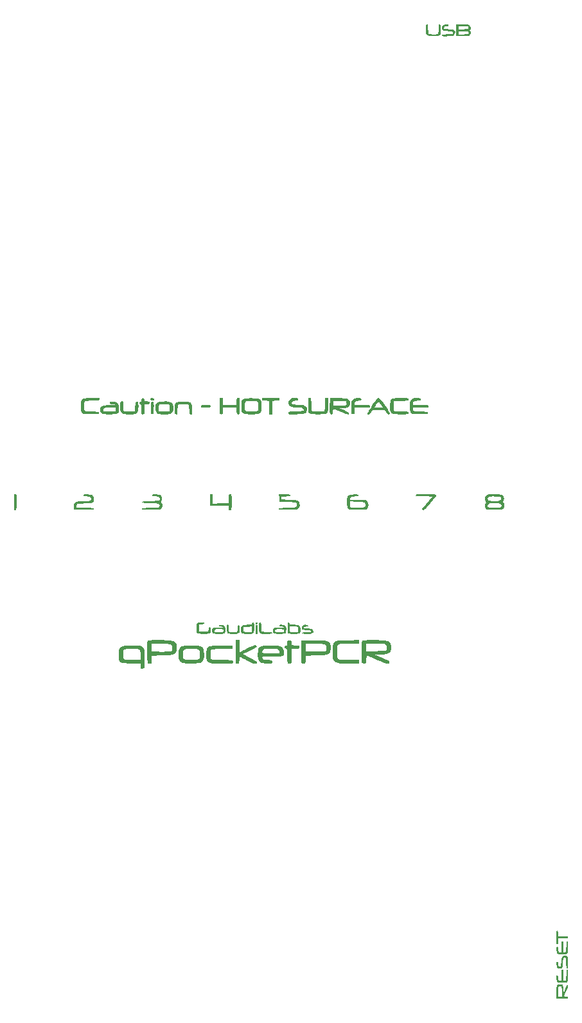
<source format=gbr>
G04 #@! TF.GenerationSoftware,KiCad,Pcbnew,6.0.11-2627ca5db0~126~ubuntu22.04.1*
G04 #@! TF.CreationDate,2025-05-27T11:15:30+02:00*
G04 #@! TF.ProjectId,TopCoverQPCR,546f7043-6f76-4657-9251-5043522e6b69,rev?*
G04 #@! TF.SameCoordinates,Original*
G04 #@! TF.FileFunction,Legend,Top*
G04 #@! TF.FilePolarity,Positive*
%FSLAX46Y46*%
G04 Gerber Fmt 4.6, Leading zero omitted, Abs format (unit mm)*
G04 Created by KiCad (PCBNEW 6.0.11-2627ca5db0~126~ubuntu22.04.1) date 2025-05-27 11:15:30*
%MOMM*%
%LPD*%
G01*
G04 APERTURE LIST*
G04 APERTURE END LIST*
G36*
X139939958Y-150566176D02*
G01*
X139965483Y-150613417D01*
X139980717Y-150706983D01*
X139990024Y-150864112D01*
X139991802Y-150911530D01*
X140004100Y-151259799D01*
X141294028Y-151283191D01*
X141294028Y-151537615D01*
X140647367Y-151549321D01*
X140000706Y-151561026D01*
X140000706Y-151920356D01*
X139999549Y-152094659D01*
X139992994Y-152200950D01*
X139976420Y-152256021D01*
X139945200Y-152276664D01*
X139901763Y-152279686D01*
X139812710Y-152268724D01*
X139774551Y-152251416D01*
X139763834Y-152199629D01*
X139755855Y-152079335D01*
X139750523Y-151906791D01*
X139747749Y-151698250D01*
X139747440Y-151469969D01*
X139749507Y-151238201D01*
X139753859Y-151019202D01*
X139760406Y-150829227D01*
X139769056Y-150684531D01*
X139779719Y-150601369D01*
X139783815Y-150589954D01*
X139850936Y-150548905D01*
X139899777Y-150548019D01*
X139939958Y-150566176D01*
G37*
G36*
X126565871Y-31890863D02*
G01*
X126568189Y-31698285D01*
X126569824Y-31597883D01*
X126855464Y-31597883D01*
X127492433Y-31597883D01*
X127737096Y-31597466D01*
X127910508Y-31594884D01*
X128026229Y-31588138D01*
X128097816Y-31575230D01*
X128138827Y-31554162D01*
X128162820Y-31522935D01*
X128175260Y-31497236D01*
X128198512Y-31381540D01*
X128172859Y-31306418D01*
X128149853Y-31271660D01*
X128115097Y-31247199D01*
X128054945Y-31231235D01*
X127955751Y-31221965D01*
X127803871Y-31217588D01*
X127585656Y-31216301D01*
X127490032Y-31216247D01*
X126855464Y-31216247D01*
X126855464Y-31597883D01*
X126569824Y-31597883D01*
X126579838Y-30983025D01*
X127237100Y-30970242D01*
X127563477Y-30966152D01*
X127816803Y-30969117D01*
X128008649Y-30980585D01*
X128150586Y-31002007D01*
X128254186Y-31034832D01*
X128331020Y-31080510D01*
X128366130Y-31111706D01*
X128440113Y-31233206D01*
X128470302Y-31385069D01*
X128455486Y-31534762D01*
X128394451Y-31649752D01*
X128386470Y-31657451D01*
X128335917Y-31710484D01*
X128338072Y-31754221D01*
X128396854Y-31820872D01*
X128407672Y-31831711D01*
X128487433Y-31965006D01*
X128499945Y-32119223D01*
X128450440Y-32271255D01*
X128344150Y-32397992D01*
X128268577Y-32446030D01*
X128176212Y-32471716D01*
X128023063Y-32493007D01*
X127825763Y-32509600D01*
X127600946Y-32521194D01*
X127365247Y-32527488D01*
X127135298Y-32528180D01*
X126927735Y-32522969D01*
X126759192Y-32511552D01*
X126646301Y-32493629D01*
X126608477Y-32476127D01*
X126587746Y-32421505D01*
X126574009Y-32311055D01*
X126572584Y-32276347D01*
X126855464Y-32276347D01*
X127467293Y-32276347D01*
X127717976Y-32274748D01*
X127897276Y-32269077D01*
X128018573Y-32258018D01*
X128095247Y-32240258D01*
X128140678Y-32214483D01*
X128145757Y-32209712D01*
X128206703Y-32100981D01*
X128187143Y-31991334D01*
X128118149Y-31918317D01*
X128059388Y-31890212D01*
X127967945Y-31870928D01*
X127829871Y-31859110D01*
X127631216Y-31853399D01*
X127439685Y-31852307D01*
X126855464Y-31852307D01*
X126855464Y-32276347D01*
X126572584Y-32276347D01*
X126566855Y-32136825D01*
X126565871Y-31890863D01*
G37*
G36*
X125414851Y-30969030D02*
G01*
X125515583Y-30988116D01*
X125556249Y-31032323D01*
X125562142Y-31089035D01*
X125555578Y-31148418D01*
X125522699Y-31182963D01*
X125443728Y-31202574D01*
X125307717Y-31216413D01*
X125162415Y-31233314D01*
X125048341Y-31255055D01*
X125000288Y-31271921D01*
X124954421Y-31344503D01*
X124954045Y-31444435D01*
X124995940Y-31529644D01*
X125021490Y-31549005D01*
X125091241Y-31565519D01*
X125226334Y-31581731D01*
X125407317Y-31595780D01*
X125614738Y-31605803D01*
X125615137Y-31605816D01*
X125843763Y-31615645D01*
X126004875Y-31628551D01*
X126115766Y-31647382D01*
X126193731Y-31674984D01*
X126251197Y-31710539D01*
X126372196Y-31846148D01*
X126425913Y-32007976D01*
X126413260Y-32174594D01*
X126335153Y-32324578D01*
X126220877Y-32421309D01*
X126152394Y-32455064D01*
X126070543Y-32479720D01*
X125959947Y-32497228D01*
X125805230Y-32509537D01*
X125591015Y-32518596D01*
X125413802Y-32523635D01*
X125157894Y-32529050D01*
X124973620Y-32529603D01*
X124847896Y-32524361D01*
X124767640Y-32512391D01*
X124719767Y-32492760D01*
X124697318Y-32472537D01*
X124661125Y-32390116D01*
X124664450Y-32343445D01*
X124689545Y-32319381D01*
X124751159Y-32301272D01*
X124860370Y-32287945D01*
X125028251Y-32278227D01*
X125265879Y-32270945D01*
X125370486Y-32268698D01*
X125641697Y-32262156D01*
X125839635Y-32252544D01*
X125975836Y-32236318D01*
X126061833Y-32209931D01*
X126109160Y-32169837D01*
X126129352Y-32112492D01*
X126133944Y-32034350D01*
X126133946Y-32034016D01*
X126116781Y-31958562D01*
X126056896Y-31906026D01*
X125943528Y-31873030D01*
X125765917Y-31856196D01*
X125554328Y-31852070D01*
X125354811Y-31847477D01*
X125169382Y-31835371D01*
X125026494Y-31817931D01*
X124981015Y-31808206D01*
X124813626Y-31726331D01*
X124702323Y-31600398D01*
X124652789Y-31448690D01*
X124670708Y-31289489D01*
X124761760Y-31141076D01*
X124770774Y-31131809D01*
X124929029Y-31029153D01*
X125143298Y-30972842D01*
X125395838Y-30967360D01*
X125414851Y-30969030D01*
G37*
G36*
X140669570Y-152650721D02*
G01*
X140681173Y-153382190D01*
X140781484Y-153382190D01*
X140890987Y-153355288D01*
X140971074Y-153307983D01*
X141005226Y-153273943D01*
X141029768Y-153228373D01*
X141046603Y-153157373D01*
X141057632Y-153047047D01*
X141064758Y-152883496D01*
X141069882Y-152652822D01*
X141071181Y-152576514D01*
X141082008Y-151919252D01*
X141294028Y-151919252D01*
X141306883Y-152491706D01*
X141310993Y-152806394D01*
X141306290Y-153048645D01*
X141291140Y-153230527D01*
X141263906Y-153364106D01*
X141222954Y-153461448D01*
X141166647Y-153534622D01*
X141165347Y-153535928D01*
X141118513Y-153577849D01*
X141066116Y-153606183D01*
X140991520Y-153623576D01*
X140878088Y-153632677D01*
X140709184Y-153636133D01*
X140532683Y-153636614D01*
X140307275Y-153635280D01*
X140150566Y-153629821D01*
X140046472Y-153618050D01*
X139978907Y-153597778D01*
X139931784Y-153566818D01*
X139916976Y-153552884D01*
X139847895Y-153460529D01*
X139803232Y-153336976D01*
X139778733Y-153164372D01*
X139770246Y-152936948D01*
X139770320Y-152781892D01*
X139778445Y-152693148D01*
X139801049Y-152652235D01*
X139844561Y-152640672D01*
X139873494Y-152640120D01*
X139928145Y-152645163D01*
X139961913Y-152672230D01*
X139982248Y-152739226D01*
X139996606Y-152864059D01*
X140003833Y-152953254D01*
X140029275Y-153153390D01*
X140074473Y-153282570D01*
X140148684Y-153353990D01*
X140261163Y-153380848D01*
X140304637Y-153382190D01*
X140422743Y-153382190D01*
X140434346Y-152650721D01*
X140445948Y-151919252D01*
X140657968Y-151919252D01*
X140669570Y-152650721D01*
G37*
G36*
X139748534Y-158961262D02*
G01*
X139750427Y-158731786D01*
X139753370Y-158585894D01*
X139761247Y-158319159D01*
X139770919Y-158122521D01*
X139784163Y-157981268D01*
X139802756Y-157880689D01*
X139828476Y-157806072D01*
X139853297Y-157758658D01*
X139927574Y-157659879D01*
X140019070Y-157604403D01*
X140150478Y-157583890D01*
X140317279Y-157588146D01*
X140463626Y-157610421D01*
X140568955Y-157663294D01*
X140640212Y-157758628D01*
X140684346Y-157908287D01*
X140708303Y-158124135D01*
X140715131Y-158267530D01*
X140729889Y-158694479D01*
X140928494Y-158190338D01*
X141015900Y-157974651D01*
X141082302Y-157827838D01*
X141134075Y-157738507D01*
X141177594Y-157695264D01*
X141210564Y-157686196D01*
X141272173Y-157703563D01*
X141300364Y-157760311D01*
X141293774Y-157863412D01*
X141251039Y-158019836D01*
X141170798Y-158236554D01*
X141051687Y-158520539D01*
X141044041Y-158538112D01*
X140768524Y-159170337D01*
X141031276Y-159191539D01*
X141174849Y-159205008D01*
X141253427Y-159223322D01*
X141286593Y-159257543D01*
X141293933Y-159318733D01*
X141294028Y-159339953D01*
X141294028Y-159467165D01*
X140542409Y-159478740D01*
X139790791Y-159490315D01*
X139763591Y-159381943D01*
X139755337Y-159303540D01*
X139751429Y-159191539D01*
X140000706Y-159191539D01*
X140509554Y-159191539D01*
X140504537Y-158672090D01*
X140500390Y-158457991D01*
X140492860Y-158263819D01*
X140483035Y-158111535D01*
X140472515Y-158025429D01*
X140447726Y-157946641D01*
X140399993Y-157906794D01*
X140303208Y-157889487D01*
X140249805Y-157885517D01*
X140161656Y-157882149D01*
X140097358Y-157892740D01*
X140053133Y-157928604D01*
X140025201Y-158001054D01*
X140009786Y-158121406D01*
X140003107Y-158300972D01*
X140001387Y-158551067D01*
X140001285Y-158629686D01*
X140000706Y-159191539D01*
X139751429Y-159191539D01*
X139750244Y-159157580D01*
X139748534Y-158961262D01*
G37*
G36*
X141000199Y-153793095D02*
G01*
X141110645Y-153855998D01*
X141206640Y-153949710D01*
X141238658Y-153998698D01*
X141261775Y-154056020D01*
X141277423Y-154135525D01*
X141287031Y-154251060D01*
X141292032Y-154416476D01*
X141293858Y-154645618D01*
X141294028Y-154795116D01*
X141294028Y-155523592D01*
X141082008Y-155523592D01*
X141060806Y-154832880D01*
X141050843Y-154556164D01*
X141038240Y-154353455D01*
X141019707Y-154213957D01*
X140991953Y-154126870D01*
X140951689Y-154081398D01*
X140895624Y-154066741D01*
X140828645Y-154071012D01*
X140749453Y-154106232D01*
X140693335Y-154193945D01*
X140657779Y-154342802D01*
X140640274Y-154561453D01*
X140637391Y-154729879D01*
X140626909Y-155020989D01*
X140594909Y-155237905D01*
X140539140Y-155389026D01*
X140457350Y-155482749D01*
X140431123Y-155498977D01*
X140275865Y-155541438D01*
X140103121Y-155529382D01*
X139955140Y-155466275D01*
X139945648Y-155459134D01*
X139866092Y-155354871D01*
X139802038Y-155193842D01*
X139761206Y-155003733D01*
X139751312Y-154812229D01*
X139754112Y-154772054D01*
X139774379Y-154674888D01*
X139823385Y-154637352D01*
X139873494Y-154633108D01*
X139932693Y-154639747D01*
X139967655Y-154672752D01*
X139988343Y-154751754D01*
X140004167Y-154890629D01*
X140025650Y-155066978D01*
X140054230Y-155174537D01*
X140098179Y-155229318D01*
X140165772Y-155247330D01*
X140188834Y-155247966D01*
X140265402Y-155237260D01*
X140321712Y-155197392D01*
X140361822Y-155116736D01*
X140389787Y-154983666D01*
X140409666Y-154786557D01*
X140422261Y-154579081D01*
X140436859Y-154365466D01*
X140456396Y-154175908D01*
X140478390Y-154030214D01*
X140500354Y-153948191D01*
X140501721Y-153945538D01*
X140590297Y-153859646D01*
X140728535Y-153799973D01*
X140882800Y-153776806D01*
X141000199Y-153793095D01*
G37*
G36*
X124440888Y-30978720D02*
G01*
X124485996Y-31011117D01*
X124501764Y-31078649D01*
X124512934Y-31210813D01*
X124519560Y-31387565D01*
X124521696Y-31588857D01*
X124519396Y-31794642D01*
X124512713Y-31984875D01*
X124501702Y-32139507D01*
X124486416Y-32238493D01*
X124482661Y-32250353D01*
X124425049Y-32346670D01*
X124328679Y-32417601D01*
X124182583Y-32466635D01*
X123975794Y-32497265D01*
X123697345Y-32512981D01*
X123653961Y-32514143D01*
X123439093Y-32516329D01*
X123241311Y-32512983D01*
X123083990Y-32504819D01*
X122996699Y-32494029D01*
X122792243Y-32427770D01*
X122662146Y-32332488D01*
X122613033Y-32249806D01*
X122596913Y-32165222D01*
X122585053Y-32020752D01*
X122577504Y-31836444D01*
X122574317Y-31632345D01*
X122575542Y-31428502D01*
X122581231Y-31244964D01*
X122591432Y-31101777D01*
X122606198Y-31018989D01*
X122609907Y-31011117D01*
X122675553Y-30972370D01*
X122747071Y-30968713D01*
X122787731Y-30977047D01*
X122816021Y-30997661D01*
X122834550Y-31044214D01*
X122845930Y-31130366D01*
X122852770Y-31269775D01*
X122857681Y-31476101D01*
X122859215Y-31555479D01*
X122865157Y-31817869D01*
X122878972Y-32007373D01*
X122911983Y-32135842D01*
X122975511Y-32215126D01*
X123080880Y-32257076D01*
X123239413Y-32273545D01*
X123462433Y-32276382D01*
X123547951Y-32276347D01*
X123793656Y-32275350D01*
X123971303Y-32264460D01*
X124092215Y-32231825D01*
X124167716Y-32165593D01*
X124209128Y-32053915D01*
X124227774Y-31884938D01*
X124234977Y-31646812D01*
X124236688Y-31555479D01*
X124241531Y-31325723D01*
X124247497Y-31167104D01*
X124257196Y-31065961D01*
X124273238Y-31008635D01*
X124298235Y-30981467D01*
X124334796Y-30970799D01*
X124348832Y-30968713D01*
X124440888Y-30978720D01*
G37*
G36*
X140681220Y-157113742D02*
G01*
X140823417Y-157113742D01*
X140934800Y-157098087D01*
X141009946Y-157060169D01*
X141012064Y-157057773D01*
X141031114Y-156993086D01*
X141047589Y-156854696D01*
X141060582Y-156653689D01*
X141069185Y-156401154D01*
X141070261Y-156347506D01*
X141082008Y-155693208D01*
X141294028Y-155693208D01*
X141306883Y-156265662D01*
X141310993Y-156580351D01*
X141306290Y-156822602D01*
X141291140Y-157004484D01*
X141263906Y-157138062D01*
X141222954Y-157235405D01*
X141166647Y-157308579D01*
X141165347Y-157309884D01*
X141118434Y-157351863D01*
X141065939Y-157380213D01*
X140991188Y-157397597D01*
X140877511Y-157406673D01*
X140708235Y-157410103D01*
X140534335Y-157410570D01*
X140311847Y-157409546D01*
X140157839Y-157404807D01*
X140055990Y-157393861D01*
X139989981Y-157374209D01*
X139943493Y-157343358D01*
X139915909Y-157316005D01*
X139848067Y-157225461D01*
X139804552Y-157115469D01*
X139780439Y-156965583D01*
X139770809Y-156755355D01*
X139770246Y-156710904D01*
X139770320Y-156555849D01*
X139778445Y-156467105D01*
X139801049Y-156426192D01*
X139844561Y-156414629D01*
X139873494Y-156414076D01*
X139929267Y-156419442D01*
X139963212Y-156447778D01*
X139983299Y-156517439D01*
X139997498Y-156646783D01*
X140002717Y-156711656D01*
X140018713Y-156867757D01*
X140038511Y-156993068D01*
X140057876Y-157060911D01*
X140058225Y-157061490D01*
X140118097Y-157095079D01*
X140226088Y-157112883D01*
X140256607Y-157113742D01*
X140422695Y-157113742D01*
X140434322Y-156403475D01*
X140445948Y-155693208D01*
X140657968Y-155693208D01*
X140681220Y-157113742D01*
G37*
G36*
X103304089Y-80437005D02*
G01*
X103297709Y-80517179D01*
X103261001Y-80565941D01*
X103167614Y-80592785D01*
X102991196Y-80607206D01*
X102810730Y-80614745D01*
X102317372Y-80633338D01*
X102317372Y-82410439D01*
X101935417Y-82410439D01*
X101935417Y-80633338D01*
X101442059Y-80614745D01*
X101194266Y-80603349D01*
X101047391Y-80585973D01*
X100975083Y-80553123D01*
X100950990Y-80495306D01*
X100948700Y-80437005D01*
X100948700Y-80277857D01*
X103304089Y-80277857D01*
X103304089Y-80437005D01*
G37*
G36*
X87009086Y-81011764D02*
G01*
X87155997Y-80860458D01*
X87390994Y-80766565D01*
X87730994Y-80714266D01*
X87812799Y-80707427D01*
X88270048Y-80694895D01*
X88652408Y-80729571D01*
X88944034Y-80808907D01*
X89116640Y-80917203D01*
X89197878Y-81015892D01*
X89243643Y-81133233D01*
X89263526Y-81307647D01*
X89267247Y-81520502D01*
X89255025Y-81833624D01*
X89210297Y-82048461D01*
X89120969Y-82192399D01*
X88974947Y-82292824D01*
X88914042Y-82320339D01*
X88719633Y-82368759D01*
X88440546Y-82398220D01*
X88116988Y-82408843D01*
X87789163Y-82400749D01*
X87497278Y-82374058D01*
X87281539Y-82328892D01*
X87245584Y-82315327D01*
X87075655Y-82202136D01*
X86970320Y-82026290D01*
X86919855Y-81765487D01*
X86911858Y-81549891D01*
X86912040Y-81547241D01*
X87357472Y-81547241D01*
X87364131Y-81761892D01*
X87381455Y-81922745D01*
X87401937Y-81988070D01*
X87480354Y-82004795D01*
X87657412Y-82015114D01*
X87904545Y-82017971D01*
X88118103Y-82014594D01*
X88789803Y-81996654D01*
X88809018Y-81588666D01*
X88809702Y-81324902D01*
X88780091Y-81172501D01*
X88745359Y-81128112D01*
X88644988Y-81104157D01*
X88454433Y-81087089D01*
X88210666Y-81077363D01*
X87950660Y-81075436D01*
X87711385Y-81081763D01*
X87529816Y-81096801D01*
X87458168Y-81112237D01*
X87399058Y-81168481D01*
X87367516Y-81297065D01*
X87357521Y-81523988D01*
X87357472Y-81547241D01*
X86912040Y-81547241D01*
X86933346Y-81236302D01*
X87009086Y-81011764D01*
G37*
G36*
X98037834Y-81312318D02*
G01*
X98020380Y-82378609D01*
X97868431Y-82400093D01*
X97740121Y-82392333D01*
X97660059Y-82312860D01*
X97618963Y-82143357D01*
X97607570Y-81885251D01*
X97606595Y-81519210D01*
X95829956Y-81519210D01*
X95811133Y-81948910D01*
X95798366Y-82176989D01*
X95776664Y-82307431D01*
X95733236Y-82369859D01*
X95655291Y-82393893D01*
X95616885Y-82398787D01*
X95469086Y-82385390D01*
X95408263Y-82332455D01*
X95397865Y-82241312D01*
X95391120Y-82047173D01*
X95388381Y-81774317D01*
X95390002Y-81447021D01*
X95392710Y-81261901D01*
X95410355Y-80277857D01*
X95792309Y-80277857D01*
X95811133Y-80707556D01*
X95829956Y-81137256D01*
X97606595Y-81137256D01*
X97606595Y-80792337D01*
X97615220Y-80524226D01*
X97648559Y-80359450D01*
X97717812Y-80274747D01*
X97834177Y-80246854D01*
X97869582Y-80246028D01*
X98055288Y-80246028D01*
X98037834Y-81312318D01*
G37*
G36*
X90934743Y-80725868D02*
G01*
X91165170Y-80735644D01*
X91322412Y-80756679D01*
X91433512Y-80792851D01*
X91525514Y-80848041D01*
X91538393Y-80857494D01*
X91616503Y-80920596D01*
X91668619Y-80988455D01*
X91700851Y-81087265D01*
X91719310Y-81243221D01*
X91730105Y-81482519D01*
X91736165Y-81705411D01*
X91754206Y-82419306D01*
X91577017Y-82398957D01*
X91399828Y-82378609D01*
X91381251Y-81808992D01*
X91365583Y-81544853D01*
X91339570Y-81325093D01*
X91307802Y-81183998D01*
X91293883Y-81156485D01*
X91197969Y-81116380D01*
X91010411Y-81088705D01*
X90766291Y-81073627D01*
X90500689Y-81071312D01*
X90248689Y-81081925D01*
X90045372Y-81105630D01*
X89925820Y-81142595D01*
X89916570Y-81149987D01*
X89875749Y-81258732D01*
X89849769Y-81480378D01*
X89840199Y-81801203D01*
X89840179Y-81818408D01*
X89839056Y-82095018D01*
X89831312Y-82268412D01*
X89810387Y-82362696D01*
X89769720Y-82401974D01*
X89702750Y-82410349D01*
X89679033Y-82410439D01*
X89545226Y-82380854D01*
X89485613Y-82326333D01*
X89473555Y-82229433D01*
X89467483Y-82037568D01*
X89468027Y-81782982D01*
X89471696Y-81616835D01*
X89481978Y-81328420D01*
X89497437Y-81138536D01*
X89525579Y-81018416D01*
X89573906Y-80939293D01*
X89649924Y-80872401D01*
X89669785Y-80857456D01*
X89761287Y-80799312D01*
X89868130Y-80760724D01*
X90017357Y-80737812D01*
X90236011Y-80726699D01*
X90551134Y-80723507D01*
X90604089Y-80723471D01*
X90934743Y-80725868D01*
G37*
G36*
X121542435Y-80257955D02*
G01*
X121743249Y-80274065D01*
X121847813Y-80303499D01*
X121887165Y-80362132D01*
X121892560Y-80437005D01*
X121882447Y-80528741D01*
X121831394Y-80578663D01*
X121708329Y-80602357D01*
X121542435Y-80612655D01*
X121252268Y-80630548D01*
X121066472Y-80658476D01*
X120962100Y-80707300D01*
X120916206Y-80787883D01*
X120905846Y-80911086D01*
X120905843Y-80914003D01*
X120905843Y-81133939D01*
X122847447Y-81169085D01*
X122867590Y-81344148D01*
X122887734Y-81519210D01*
X120905843Y-81519210D01*
X120905843Y-81740805D01*
X120910290Y-81842674D01*
X120935334Y-81917045D01*
X120998531Y-81968710D01*
X121117433Y-82002456D01*
X121309597Y-82023075D01*
X121592576Y-82035356D01*
X121983926Y-82044088D01*
X122019878Y-82044766D01*
X122847447Y-82060313D01*
X122847447Y-82378609D01*
X121924390Y-82392903D01*
X121503435Y-82395034D01*
X121191513Y-82385731D01*
X120970753Y-82363812D01*
X120823284Y-82328094D01*
X120799452Y-82318509D01*
X120639538Y-82220445D01*
X120531170Y-82105605D01*
X120528901Y-82101508D01*
X120500289Y-81986251D01*
X120477516Y-81776910D01*
X120463418Y-81506688D01*
X120460229Y-81297695D01*
X120462308Y-80993014D01*
X120471994Y-80787475D01*
X120494459Y-80652928D01*
X120534875Y-80561219D01*
X120598414Y-80484196D01*
X120612265Y-80470160D01*
X120801832Y-80339803D01*
X121061103Y-80268849D01*
X121410842Y-80252558D01*
X121542435Y-80257955D01*
G37*
G36*
X107459903Y-81069549D02*
G01*
X107472560Y-81393944D01*
X107493301Y-81665041D01*
X107519616Y-81857686D01*
X107547272Y-81944863D01*
X107642434Y-81983909D01*
X107832567Y-82011740D01*
X108085818Y-82028356D01*
X108370334Y-82033757D01*
X108654262Y-82027942D01*
X108905749Y-82010912D01*
X109092944Y-81982667D01*
X109182711Y-81944863D01*
X109211981Y-81849204D01*
X109238045Y-81651382D01*
X109258390Y-81376551D01*
X109270079Y-81069549D01*
X109288049Y-80277857D01*
X109670004Y-80277857D01*
X109687824Y-81129607D01*
X109691543Y-81532188D01*
X109678873Y-81827403D01*
X109643115Y-82034833D01*
X109577572Y-82174061D01*
X109475546Y-82264670D01*
X109330341Y-82326240D01*
X109272736Y-82343266D01*
X109087547Y-82373526D01*
X108813416Y-82393064D01*
X108487414Y-82401960D01*
X108146614Y-82400294D01*
X107828085Y-82388145D01*
X107568901Y-82365592D01*
X107426350Y-82339304D01*
X107276539Y-82282718D01*
X107169128Y-82200001D01*
X107097964Y-82071778D01*
X107056895Y-81878675D01*
X107039766Y-81601319D01*
X107040425Y-81220335D01*
X107042159Y-81129607D01*
X107059979Y-80277857D01*
X107441933Y-80277857D01*
X107459903Y-81069549D01*
G37*
G36*
X84579647Y-80711342D02*
G01*
X84629222Y-80750774D01*
X84660528Y-80838811D01*
X84677350Y-80999108D01*
X84683471Y-81255317D01*
X84683788Y-81362250D01*
X84676593Y-81708467D01*
X84649052Y-81952108D01*
X84592235Y-82117399D01*
X84497209Y-82228569D01*
X84355042Y-82309847D01*
X84330583Y-82320339D01*
X84123896Y-82373380D01*
X83836063Y-82404735D01*
X83505620Y-82414879D01*
X83171099Y-82404282D01*
X82871033Y-82373419D01*
X82643956Y-82322762D01*
X82585835Y-82298936D01*
X82440459Y-82198357D01*
X82344380Y-82055982D01*
X82290789Y-81849360D01*
X82272875Y-81556040D01*
X82278033Y-81284085D01*
X82304943Y-80976786D01*
X82361321Y-80784442D01*
X82452983Y-80696907D01*
X82585743Y-80704034D01*
X82606213Y-80711342D01*
X82655985Y-80750994D01*
X82687334Y-80839533D01*
X82704089Y-81000707D01*
X82710082Y-81258265D01*
X82710355Y-81356852D01*
X82710974Y-81628189D01*
X82725895Y-81816171D01*
X82774711Y-81935272D01*
X82877015Y-81999969D01*
X83052401Y-82024738D01*
X83320460Y-82024055D01*
X83601583Y-82015317D01*
X84206344Y-81996654D01*
X84238174Y-81398533D01*
X84266023Y-81063515D01*
X84311747Y-80842186D01*
X84381865Y-80721421D01*
X84482899Y-80688099D01*
X84579647Y-80711342D01*
G37*
G36*
X86690704Y-80288507D02*
G01*
X86746575Y-80362880D01*
X86752710Y-80437005D01*
X86731052Y-80550644D01*
X86641177Y-80602192D01*
X86545381Y-80616134D01*
X86372807Y-80605113D01*
X86299848Y-80536560D01*
X86282738Y-80374366D01*
X86370450Y-80277537D01*
X86545381Y-80257876D01*
X86690704Y-80288507D01*
G37*
G36*
X86627238Y-80732988D02*
G01*
X86668020Y-80767422D01*
X86694480Y-80846980D01*
X86708539Y-80991979D01*
X86712118Y-81222735D01*
X86707138Y-81559565D01*
X86706812Y-81574474D01*
X86698179Y-81907383D01*
X86687121Y-82134038D01*
X86669859Y-82275499D01*
X86642612Y-82352823D01*
X86601599Y-82387068D01*
X86559113Y-82397209D01*
X86432619Y-82392950D01*
X86384051Y-82370684D01*
X86366677Y-82292967D01*
X86352405Y-82114233D01*
X86342676Y-81860773D01*
X86338931Y-81558877D01*
X86338926Y-81547241D01*
X86343040Y-81188041D01*
X86359127Y-80940139D01*
X86392803Y-80787673D01*
X86449684Y-80714779D01*
X86535387Y-80705597D01*
X86627238Y-80732988D01*
G37*
G36*
X119703160Y-80247790D02*
G01*
X119961093Y-80254477D01*
X120130537Y-80268185D01*
X120230890Y-80291011D01*
X120281552Y-80325051D01*
X120295369Y-80349585D01*
X120317155Y-80451973D01*
X120282666Y-80526524D01*
X120177595Y-80577318D01*
X119987631Y-80608436D01*
X119698467Y-80623961D01*
X119319302Y-80627982D01*
X118901761Y-80633395D01*
X118606504Y-80649878D01*
X118428945Y-80677802D01*
X118372209Y-80704373D01*
X118331059Y-80812473D01*
X118304837Y-81028662D01*
X118295818Y-81328233D01*
X118305160Y-81632485D01*
X118331667Y-81846914D01*
X118372209Y-81952093D01*
X118467253Y-81987446D01*
X118673879Y-82011651D01*
X118997538Y-82025132D01*
X119352115Y-82028484D01*
X119738703Y-82031482D01*
X120013550Y-82043625D01*
X120192154Y-82069635D01*
X120290017Y-82114236D01*
X120322638Y-82182150D01*
X120305516Y-82278100D01*
X120292273Y-82314950D01*
X120257512Y-82353514D01*
X120175378Y-82380022D01*
X120027064Y-82396277D01*
X119793763Y-82404079D01*
X119456670Y-82405229D01*
X119355298Y-82404697D01*
X119011141Y-82398468D01*
X118696430Y-82385405D01*
X118441203Y-82367268D01*
X118275497Y-82345818D01*
X118250926Y-82339957D01*
X118086944Y-82274294D01*
X117973589Y-82174070D01*
X117902204Y-82017721D01*
X117864133Y-81783683D01*
X117850721Y-81450393D01*
X117850204Y-81341713D01*
X117856661Y-81051935D01*
X117874059Y-80799590D01*
X117899442Y-80618514D01*
X117918987Y-80554749D01*
X118007360Y-80442139D01*
X118145967Y-80358823D01*
X118351278Y-80301217D01*
X118639761Y-80265736D01*
X119027886Y-80248795D01*
X119337339Y-80246028D01*
X119703160Y-80247790D01*
G37*
G36*
X93817380Y-81146730D02*
G01*
X94022059Y-81163087D01*
X94147260Y-81187697D01*
X94159350Y-81193603D01*
X94220958Y-81294362D01*
X94222272Y-81367691D01*
X94197814Y-81424168D01*
X94134380Y-81461259D01*
X94007859Y-81484234D01*
X93794142Y-81498364D01*
X93592178Y-81505447D01*
X93325502Y-81508849D01*
X93108376Y-81503135D01*
X92971112Y-81489538D01*
X92940409Y-81478922D01*
X92895749Y-81361740D01*
X92929243Y-81234413D01*
X92996513Y-81175896D01*
X93122792Y-81153208D01*
X93328116Y-81141187D01*
X93572856Y-81139229D01*
X93817380Y-81146730D01*
G37*
G36*
X85407484Y-80282459D02*
G01*
X85494141Y-80412259D01*
X85510382Y-80545082D01*
X85525707Y-80628137D01*
X85590996Y-80673787D01*
X85737446Y-80696846D01*
X85845568Y-80704230D01*
X86040677Y-80720682D01*
X86140197Y-80752139D01*
X86175840Y-80815526D01*
X86179778Y-80882619D01*
X86168817Y-80976159D01*
X86114791Y-81026660D01*
X85985986Y-81051049D01*
X85845568Y-81061008D01*
X85511357Y-81080250D01*
X85511357Y-81644649D01*
X85507166Y-81910435D01*
X85495982Y-82134580D01*
X85479886Y-82281251D01*
X85472717Y-82309743D01*
X85386940Y-82384172D01*
X85247793Y-82411586D01*
X85124017Y-82381001D01*
X85108182Y-82367999D01*
X85090006Y-82289848D01*
X85075719Y-82114286D01*
X85067242Y-81871208D01*
X85065743Y-81707003D01*
X85063561Y-81420345D01*
X85053803Y-81236308D01*
X85031651Y-81130225D01*
X84992288Y-81077428D01*
X84938425Y-81055151D01*
X84836259Y-80977875D01*
X84812171Y-80856781D01*
X84866732Y-80747347D01*
X84934876Y-80711015D01*
X85040918Y-80622699D01*
X85078109Y-80478253D01*
X85116493Y-80327800D01*
X85211181Y-80263712D01*
X85249521Y-80256373D01*
X85407484Y-80282459D01*
G37*
G36*
X105438103Y-80257574D02*
G01*
X105614911Y-80277826D01*
X105698362Y-80319417D01*
X105722418Y-80403727D01*
X105723136Y-80437005D01*
X105712741Y-80529065D01*
X105660806Y-80579521D01*
X105536211Y-80604362D01*
X105374941Y-80615879D01*
X105105406Y-80648058D01*
X104943412Y-80713606D01*
X104871446Y-80821981D01*
X104863738Y-80891989D01*
X104903507Y-80995962D01*
X105030302Y-81069155D01*
X105255357Y-81114593D01*
X105589905Y-81135299D01*
X105775025Y-81137354D01*
X106178428Y-81153116D01*
X106473935Y-81204727D01*
X106677592Y-81298916D01*
X106805446Y-81442409D01*
X106863014Y-81593463D01*
X106882794Y-81871744D01*
X106845237Y-82009012D01*
X106781571Y-82137448D01*
X106699548Y-82232717D01*
X106580154Y-82300279D01*
X106404379Y-82345597D01*
X106153212Y-82374131D01*
X105807640Y-82391344D01*
X105484562Y-82399905D01*
X105100991Y-82406741D01*
X104826064Y-82407066D01*
X104641206Y-82399464D01*
X104527843Y-82382521D01*
X104467403Y-82354820D01*
X104443290Y-82320540D01*
X104412501Y-82211016D01*
X104427848Y-82132601D01*
X104504964Y-82080221D01*
X104659480Y-82048805D01*
X104907029Y-82033280D01*
X105263243Y-82028573D01*
X105343369Y-82028484D01*
X105757680Y-82023283D01*
X106060088Y-82005474D01*
X106265670Y-81971746D01*
X106389499Y-81918789D01*
X106446653Y-81843292D01*
X106455217Y-81784339D01*
X106431473Y-81664656D01*
X106347544Y-81585571D01*
X106184386Y-81539801D01*
X105922956Y-81520059D01*
X105758149Y-81517692D01*
X105469893Y-81509917D01*
X105197168Y-81490690D01*
X104990394Y-81463817D01*
X104959227Y-81457365D01*
X104699070Y-81347614D01*
X104523799Y-81175264D01*
X104433888Y-80966120D01*
X104429807Y-80745992D01*
X104512029Y-80540687D01*
X104681028Y-80376012D01*
X104937274Y-80277775D01*
X104937632Y-80277708D01*
X105143367Y-80256498D01*
X105383330Y-80254586D01*
X105438103Y-80257574D01*
G37*
G36*
X98286393Y-80715633D02*
G01*
X98364120Y-80527976D01*
X98500345Y-80402850D01*
X98710882Y-80327831D01*
X99011541Y-80290495D01*
X99418137Y-80278417D01*
X99580029Y-80277857D01*
X99997792Y-80282924D01*
X100307486Y-80302076D01*
X100528099Y-80341242D01*
X100678617Y-80406352D01*
X100778029Y-80503335D01*
X100845321Y-80638119D01*
X100858954Y-80677210D01*
X100894693Y-80864043D01*
X100910236Y-81118911D01*
X100907400Y-81405560D01*
X100888007Y-81687735D01*
X100853874Y-81929180D01*
X100806823Y-82093640D01*
X100786133Y-82128170D01*
X100650291Y-82247767D01*
X100460940Y-82330485D01*
X100198141Y-82380855D01*
X99841956Y-82403408D01*
X99566159Y-82405413D01*
X99268789Y-82400709D01*
X99013201Y-82391812D01*
X98829464Y-82380068D01*
X98752460Y-82368928D01*
X98541054Y-82278968D01*
X98395640Y-82157321D01*
X98305015Y-81981087D01*
X98257971Y-81727371D01*
X98243304Y-81373273D01*
X98243187Y-81328233D01*
X98243209Y-81327310D01*
X98688801Y-81327310D01*
X98692763Y-81608709D01*
X98707738Y-81789240D01*
X98738357Y-81895194D01*
X98789252Y-81952861D01*
X98800204Y-81959725D01*
X98918850Y-81990449D01*
X99129375Y-82011502D01*
X99396702Y-82022818D01*
X99685755Y-82024334D01*
X99961457Y-82015984D01*
X100188733Y-81997705D01*
X100332505Y-81969430D01*
X100348124Y-81962585D01*
X100407760Y-81915689D01*
X100444561Y-81834834D01*
X100463796Y-81692861D01*
X100470738Y-81462611D01*
X100471257Y-81328233D01*
X100467815Y-81051524D01*
X100444395Y-80859416D01*
X100381349Y-80736471D01*
X100259033Y-80667256D01*
X100057802Y-80636333D01*
X99758009Y-80628267D01*
X99580029Y-80627982D01*
X99227854Y-80630692D01*
X98983352Y-80649099D01*
X98826877Y-80698618D01*
X98738784Y-80794664D01*
X98699428Y-80952653D01*
X98689163Y-81188000D01*
X98688801Y-81327310D01*
X98243209Y-81327310D01*
X98251353Y-80978244D01*
X98286393Y-80715633D01*
G37*
G36*
X79669557Y-81556543D02*
G01*
X79804449Y-81370200D01*
X79870207Y-81322305D01*
X79973169Y-81270769D01*
X80099441Y-81235943D01*
X80274770Y-81214770D01*
X80524902Y-81204195D01*
X80875582Y-81201160D01*
X80890764Y-81201153D01*
X81235456Y-81196310D01*
X81480479Y-81183205D01*
X81620672Y-81163627D01*
X81650877Y-81139368D01*
X81565933Y-81112220D01*
X81360682Y-81083973D01*
X81257161Y-81073953D01*
X81052367Y-81051002D01*
X80944261Y-81018324D01*
X80902375Y-80959775D01*
X80896069Y-80882619D01*
X80905084Y-80791512D01*
X80952903Y-80744219D01*
X81070684Y-80726685D01*
X81246194Y-80724670D01*
X81605861Y-80753631D01*
X81861804Y-80846054D01*
X82027009Y-81014522D01*
X82114461Y-81271617D01*
X82137422Y-81588225D01*
X82119595Y-81874524D01*
X82056143Y-82087843D01*
X81932109Y-82237939D01*
X81732536Y-82334564D01*
X81442465Y-82387474D01*
X81046941Y-82406424D01*
X80882199Y-82406845D01*
X80573484Y-82398281D01*
X80289210Y-82378056D01*
X80067817Y-82349535D01*
X79973243Y-82327272D01*
X79778117Y-82201831D01*
X79660033Y-82007881D01*
X79629521Y-81822738D01*
X80038048Y-81822738D01*
X80066890Y-81944429D01*
X80116244Y-81986323D01*
X80221362Y-82002948D01*
X80418850Y-82014584D01*
X80673857Y-82021148D01*
X80951527Y-82022556D01*
X81217010Y-82018725D01*
X81435452Y-82009572D01*
X81571999Y-81995015D01*
X81591113Y-81989843D01*
X81669627Y-81894294D01*
X81691808Y-81735207D01*
X81691808Y-81519210D01*
X80987372Y-81519210D01*
X80689130Y-81524981D01*
X80429099Y-81540598D01*
X80239210Y-81563519D01*
X80159804Y-81585109D01*
X80071029Y-81684454D01*
X80038048Y-81822738D01*
X79629521Y-81822738D01*
X79622633Y-81780944D01*
X79669557Y-81556543D01*
G37*
G36*
X111458052Y-80278856D02*
G01*
X111759174Y-80283253D01*
X111973938Y-80293145D01*
X112122819Y-80310628D01*
X112226295Y-80337802D01*
X112304842Y-80376763D01*
X112355108Y-80411539D01*
X112482988Y-80541142D01*
X112542685Y-80712725D01*
X112554768Y-80820218D01*
X112559581Y-81096235D01*
X112515916Y-81293524D01*
X112406861Y-81426791D01*
X112215505Y-81510744D01*
X111924934Y-81560090D01*
X111680843Y-81580189D01*
X111145317Y-81614699D01*
X111776332Y-81869336D01*
X112068557Y-81991916D01*
X112260054Y-82085915D01*
X112370722Y-82163485D01*
X112420458Y-82236783D01*
X112427689Y-82267205D01*
X112414918Y-82361772D01*
X112336305Y-82404365D01*
X112182508Y-82393198D01*
X111944188Y-82326483D01*
X111612002Y-82202431D01*
X111211691Y-82034495D01*
X110344420Y-81658551D01*
X110325507Y-82018580D01*
X110310337Y-82223460D01*
X110281352Y-82333673D01*
X110221878Y-82381837D01*
X110131171Y-82398787D01*
X109983372Y-82385390D01*
X109922549Y-82332455D01*
X109912151Y-82241312D01*
X109905406Y-82047173D01*
X109902667Y-81774317D01*
X109904287Y-81447021D01*
X109906957Y-81264574D01*
X110338425Y-81264574D01*
X111030718Y-81264574D01*
X111337594Y-81260876D01*
X111617052Y-81250896D01*
X111832171Y-81236302D01*
X111925186Y-81224139D01*
X112052942Y-81188872D01*
X112107008Y-81124444D01*
X112112658Y-80989098D01*
X112108206Y-80921758D01*
X112089051Y-80659812D01*
X110338425Y-80624390D01*
X110338425Y-81264574D01*
X109906957Y-81264574D01*
X109906996Y-81261901D01*
X109918427Y-80624390D01*
X109924640Y-80277857D01*
X111050095Y-80277857D01*
X111458052Y-80278856D01*
G37*
G36*
X113777452Y-80257574D02*
G01*
X113954259Y-80277826D01*
X114037710Y-80319417D01*
X114061767Y-80403727D01*
X114062485Y-80437005D01*
X114049155Y-80536264D01*
X113986534Y-80586542D01*
X113840672Y-80608689D01*
X113776019Y-80612941D01*
X113503302Y-80634005D01*
X113333799Y-80666685D01*
X113243407Y-80723646D01*
X113208028Y-80817552D01*
X113203086Y-80914003D01*
X113203086Y-81133939D01*
X115144690Y-81169085D01*
X115164834Y-81344148D01*
X115184977Y-81519210D01*
X113208904Y-81519210D01*
X113190080Y-81948910D01*
X113176889Y-82177440D01*
X113154577Y-82308170D01*
X113111288Y-82370585D01*
X113035165Y-82394173D01*
X113009727Y-82397446D01*
X112870672Y-82395748D01*
X112802834Y-82370922D01*
X112786091Y-82293714D01*
X112772136Y-82114179D01*
X112762232Y-81857298D01*
X112757643Y-81548052D01*
X112757472Y-81473877D01*
X112758650Y-81127982D01*
X112764596Y-80885483D01*
X112778936Y-80722465D01*
X112805290Y-80615012D01*
X112847281Y-80539208D01*
X112908533Y-80471136D01*
X112909508Y-80470160D01*
X113138966Y-80323737D01*
X113458832Y-80256268D01*
X113777452Y-80257574D01*
G37*
G36*
X79515711Y-80421090D02*
G01*
X79495568Y-80596153D01*
X78667999Y-80611700D01*
X78266461Y-80618205D01*
X77974609Y-80627806D01*
X77775067Y-80651680D01*
X77650457Y-80701001D01*
X77583405Y-80786947D01*
X77556534Y-80920694D01*
X77552468Y-81113417D01*
X77553964Y-81328233D01*
X77552301Y-81578922D01*
X77558897Y-81761279D01*
X77591127Y-81886479D01*
X77666368Y-81965698D01*
X77801996Y-82010114D01*
X78015388Y-82030901D01*
X78323918Y-82039236D01*
X78667999Y-82044766D01*
X79495568Y-82060313D01*
X79495568Y-82378609D01*
X78572510Y-82392903D01*
X78151555Y-82395034D01*
X77839634Y-82385731D01*
X77618874Y-82363812D01*
X77471404Y-82328094D01*
X77447572Y-82318509D01*
X77287659Y-82220445D01*
X77179290Y-82105605D01*
X77177021Y-82101508D01*
X77144371Y-81972963D01*
X77122551Y-81753626D01*
X77111558Y-81479561D01*
X77111390Y-81186832D01*
X77122045Y-80911504D01*
X77143520Y-80689640D01*
X77175812Y-80557307D01*
X77177133Y-80554749D01*
X77264671Y-80442760D01*
X77401612Y-80359767D01*
X77604431Y-80302211D01*
X77889601Y-80266535D01*
X78273598Y-80249180D01*
X78606523Y-80246028D01*
X79535854Y-80246028D01*
X79515711Y-80421090D01*
G37*
G36*
X115482691Y-81247548D02*
G01*
X115746947Y-80846980D01*
X115954680Y-80549757D01*
X116122753Y-80355185D01*
X116268030Y-80262569D01*
X116407375Y-80271215D01*
X116557652Y-80380428D01*
X116735723Y-80589514D01*
X116958454Y-80897777D01*
X117154506Y-81178695D01*
X117366517Y-81488806D01*
X117550447Y-81770645D01*
X117694353Y-82004863D01*
X117786291Y-82172108D01*
X117814724Y-82248444D01*
X117769188Y-82363609D01*
X117676797Y-82398734D01*
X117567153Y-82380892D01*
X117449494Y-82282163D01*
X117330333Y-82128183D01*
X117125445Y-81837506D01*
X115570166Y-81837506D01*
X115389258Y-82123859D01*
X115240184Y-82308076D01*
X115091256Y-82405804D01*
X114963845Y-82409056D01*
X114880819Y-82313838D01*
X114902077Y-82225494D01*
X114991083Y-82045569D01*
X115141203Y-81785815D01*
X115338413Y-81469826D01*
X115823721Y-81469826D01*
X115872534Y-81491951D01*
X116021054Y-81508952D01*
X116241697Y-81518236D01*
X116349319Y-81519210D01*
X116896137Y-81519210D01*
X116625176Y-81106751D01*
X116493301Y-80911859D01*
X116387804Y-80766769D01*
X116327680Y-80697329D01*
X116322385Y-80694772D01*
X116279048Y-80744063D01*
X116191407Y-80869510D01*
X116080695Y-81038113D01*
X115968142Y-81216873D01*
X115874981Y-81372788D01*
X115823721Y-81469826D01*
X115338413Y-81469826D01*
X115345804Y-81457983D01*
X115482691Y-81247548D01*
G37*
G36*
X106170175Y-112226479D02*
G01*
X107654962Y-112209379D01*
X108204511Y-112205336D01*
X108642909Y-112208758D01*
X108986216Y-112221875D01*
X109250490Y-112246921D01*
X109451793Y-112286129D01*
X109606183Y-112341730D01*
X109729720Y-112415958D01*
X109838464Y-112511044D01*
X109840635Y-112513211D01*
X109934310Y-112617735D01*
X109988589Y-112723203D01*
X110014067Y-112868164D01*
X110021338Y-113091170D01*
X110021554Y-113171585D01*
X110016209Y-113429758D01*
X109993661Y-113601019D01*
X109944138Y-113725559D01*
X109858314Y-113843040D01*
X109685324Y-113993492D01*
X109480986Y-114101825D01*
X109460444Y-114108612D01*
X109324257Y-114132636D01*
X109085012Y-114156847D01*
X108766953Y-114179531D01*
X108394325Y-114198974D01*
X107991374Y-114213462D01*
X107968546Y-114214088D01*
X106711278Y-114247993D01*
X106711278Y-114742330D01*
X106705797Y-115005331D01*
X106686210Y-115166323D01*
X106647802Y-115250266D01*
X106610583Y-115275307D01*
X106402752Y-115311817D01*
X106240541Y-115257268D01*
X106208584Y-115226386D01*
X106182692Y-115143822D01*
X106164356Y-114963151D01*
X106153322Y-114677350D01*
X106149340Y-114279395D01*
X106152154Y-113762263D01*
X106152599Y-113722469D01*
X106706129Y-113722469D01*
X107902312Y-113721530D01*
X108399896Y-113717411D01*
X108778647Y-113705602D01*
X109046846Y-113685606D01*
X109212776Y-113656927D01*
X109257644Y-113640382D01*
X109351384Y-113575872D01*
X109403301Y-113477569D01*
X109428877Y-113307165D01*
X109435768Y-113199585D01*
X109440749Y-113035174D01*
X109426300Y-112909481D01*
X109377619Y-112817266D01*
X109279907Y-112753291D01*
X109118363Y-112712316D01*
X108878184Y-112689105D01*
X108544571Y-112678417D01*
X108102724Y-112675015D01*
X107952631Y-112674644D01*
X106743107Y-112672093D01*
X106706129Y-113722469D01*
X106152599Y-113722469D01*
X106153045Y-113682652D01*
X106170175Y-112226479D01*
G37*
G36*
X97989975Y-112995694D02*
G01*
X97994132Y-113295816D01*
X98005491Y-113541281D01*
X98022384Y-113708909D01*
X98043141Y-113775520D01*
X98046124Y-113775518D01*
X98119203Y-113740409D01*
X98284941Y-113657073D01*
X98522961Y-113535869D01*
X98812884Y-113387157D01*
X99017072Y-113281911D01*
X99378548Y-113098302D01*
X99647227Y-112970200D01*
X99841173Y-112890501D01*
X99978448Y-112852102D01*
X100077117Y-112847902D01*
X100106787Y-112853424D01*
X100240659Y-112902776D01*
X100290814Y-112967900D01*
X100250997Y-113055149D01*
X100114955Y-113170877D01*
X99876434Y-113321434D01*
X99529178Y-113513174D01*
X99380036Y-113591582D01*
X98478367Y-114061264D01*
X99335496Y-114490705D01*
X99716256Y-114684692D01*
X99993173Y-114835238D01*
X100178295Y-114951611D01*
X100283676Y-115043080D01*
X100321364Y-115118914D01*
X100303411Y-115188380D01*
X100281704Y-115218459D01*
X100185802Y-115289569D01*
X100048645Y-115307751D01*
X99856244Y-115269241D01*
X99594610Y-115170272D01*
X99249756Y-115007079D01*
X98981079Y-114868334D01*
X98680717Y-114712179D01*
X98417761Y-114579924D01*
X98213766Y-114482069D01*
X98090287Y-114429113D01*
X98066278Y-114422719D01*
X98024474Y-114482855D01*
X97992654Y-114649416D01*
X97976968Y-114852419D01*
X97963845Y-115080729D01*
X97941840Y-115210769D01*
X97899270Y-115271559D01*
X97824448Y-115292114D01*
X97798997Y-115294393D01*
X97644262Y-115291296D01*
X97560275Y-115273174D01*
X97533694Y-115230503D01*
X97513236Y-115119837D01*
X97498305Y-114929512D01*
X97488305Y-114647863D01*
X97482640Y-114263226D01*
X97480712Y-113763938D01*
X97480701Y-113717164D01*
X97480701Y-112194649D01*
X97989975Y-112194649D01*
X97989975Y-112995694D01*
G37*
G36*
X100815677Y-109876343D02*
G01*
X100841071Y-109958495D01*
X100855790Y-110117149D01*
X100865787Y-110374927D01*
X100868196Y-110455819D01*
X100886466Y-111080614D01*
X101586027Y-111112444D01*
X101897681Y-111129173D01*
X102103884Y-111148437D01*
X102226491Y-111174576D01*
X102287358Y-111211934D01*
X102306861Y-111255677D01*
X102305201Y-111302828D01*
X102265436Y-111334498D01*
X102167412Y-111353709D01*
X101990971Y-111363486D01*
X101715958Y-111366851D01*
X101564175Y-111367080D01*
X101241143Y-111366072D01*
X101020392Y-111359876D01*
X100876884Y-111343738D01*
X100785582Y-111312902D01*
X100721450Y-111262613D01*
X100666042Y-111196503D01*
X100601289Y-111098651D01*
X100563124Y-110986039D01*
X100546475Y-110825982D01*
X100546272Y-110585795D01*
X100550018Y-110448508D01*
X100560728Y-110174736D01*
X100576371Y-110003113D01*
X100603643Y-109908485D01*
X100649240Y-109865696D01*
X100709048Y-109851057D01*
X100773653Y-109848070D01*
X100815677Y-109876343D01*
G37*
G36*
X98274633Y-110379316D02*
G01*
X98302575Y-110339672D01*
X98371585Y-110268716D01*
X98459359Y-110222498D01*
X98594819Y-110194209D01*
X98806892Y-110177040D01*
X99034655Y-110167326D01*
X99316379Y-110155864D01*
X99494559Y-110141504D01*
X99592907Y-110117274D01*
X99635132Y-110076204D01*
X99644944Y-110011321D01*
X99645112Y-109987836D01*
X99667649Y-109872018D01*
X99757287Y-109847253D01*
X99788345Y-109850748D01*
X99852577Y-109866200D01*
X99894028Y-109906314D01*
X99917676Y-109994653D01*
X99928498Y-110154780D01*
X99931471Y-110410259D01*
X99931579Y-110528851D01*
X99927801Y-110863195D01*
X99903225Y-111094198D01*
X99837987Y-111240962D01*
X99712224Y-111322593D01*
X99506072Y-111358195D01*
X99199667Y-111366870D01*
X99060013Y-111367080D01*
X98762477Y-111363758D01*
X98563647Y-111350574D01*
X98435011Y-111322696D01*
X98348057Y-111275298D01*
X98308270Y-111239762D01*
X98214252Y-111068844D01*
X98177091Y-110834618D01*
X98185726Y-110728180D01*
X98510837Y-110728180D01*
X98512560Y-110933729D01*
X98561102Y-111055401D01*
X98602579Y-111094220D01*
X98740931Y-111144113D01*
X98954317Y-111170215D01*
X99192531Y-111171655D01*
X99405368Y-111147560D01*
X99521979Y-111110204D01*
X99600209Y-111037420D01*
X99637286Y-110904831D01*
X99645112Y-110725771D01*
X99645112Y-110407236D01*
X99088095Y-110425630D01*
X98531077Y-110444023D01*
X98510837Y-110728180D01*
X98185726Y-110728180D01*
X98197111Y-110587852D01*
X98274633Y-110379316D01*
G37*
G36*
X96837702Y-92935723D02*
G01*
X96887970Y-92957494D01*
X96923761Y-92998622D01*
X96947528Y-93078362D01*
X96961721Y-93215971D01*
X96968796Y-93430705D01*
X96971203Y-93741821D01*
X96971428Y-93985612D01*
X96969807Y-94371980D01*
X96963768Y-94649361D01*
X96951550Y-94836059D01*
X96931391Y-94950376D01*
X96901530Y-95010616D01*
X96870733Y-95031698D01*
X96724802Y-95068158D01*
X96635183Y-95031097D01*
X96631913Y-95027899D01*
X96604359Y-94941878D01*
X96590043Y-94783007D01*
X96589473Y-94742808D01*
X96589473Y-94500155D01*
X95364035Y-94482866D01*
X94138596Y-94465577D01*
X94138596Y-92937757D01*
X94297744Y-92937757D01*
X94370758Y-92942280D01*
X94417955Y-92971511D01*
X94446031Y-93048947D01*
X94461685Y-93198082D01*
X94471615Y-93442414D01*
X94475131Y-93560000D01*
X94493370Y-94182242D01*
X95525507Y-94164761D01*
X96557644Y-94147281D01*
X96576262Y-93574828D01*
X96590275Y-93314440D01*
X96611991Y-93102703D01*
X96637659Y-92971759D01*
X96649428Y-92947828D01*
X96747175Y-92921246D01*
X96837702Y-92935723D01*
G37*
G36*
X104617202Y-112205842D02*
G01*
X104745930Y-112225714D01*
X104814242Y-112276626D01*
X104847676Y-112393484D01*
X104865163Y-112544775D01*
X104896992Y-112863070D01*
X105384527Y-112881558D01*
X105675645Y-112904247D01*
X105852626Y-112951096D01*
X105927653Y-113030352D01*
X105912909Y-113150264D01*
X105881241Y-113217807D01*
X105828409Y-113282182D01*
X105735689Y-113319546D01*
X105573063Y-113336709D01*
X105340366Y-113340514D01*
X104865163Y-113340514D01*
X104865163Y-114288590D01*
X104863380Y-114662240D01*
X104856748Y-114927459D01*
X104843344Y-115103103D01*
X104821243Y-115208025D01*
X104788521Y-115261080D01*
X104764467Y-115275307D01*
X104554347Y-115311543D01*
X104388484Y-115255099D01*
X104368621Y-115237557D01*
X104333324Y-115142705D01*
X104309137Y-114936471D01*
X104295633Y-114613347D01*
X104292230Y-114255267D01*
X104291424Y-113899304D01*
X104287045Y-113650745D01*
X104276155Y-113489674D01*
X104255813Y-113396180D01*
X104223079Y-113350349D01*
X104175015Y-113332267D01*
X104155498Y-113329027D01*
X104005766Y-113264298D01*
X103928680Y-113150597D01*
X103926380Y-113025926D01*
X104001002Y-112928286D01*
X104131084Y-112894900D01*
X104232655Y-112882296D01*
X104279545Y-112821157D01*
X104292724Y-112676487D01*
X104293205Y-112624349D01*
X104310292Y-112388078D01*
X104370389Y-112255084D01*
X104489938Y-112204128D01*
X104617202Y-112205842D01*
G37*
G36*
X78006667Y-92979167D02*
G01*
X78287012Y-92993097D01*
X78470246Y-93013863D01*
X78586575Y-93049038D01*
X78666203Y-93106194D01*
X78709964Y-93155464D01*
X78808142Y-93363775D01*
X78823003Y-93607474D01*
X78759287Y-93838797D01*
X78625435Y-94007267D01*
X78534340Y-94062137D01*
X78416996Y-94100937D01*
X78248427Y-94127539D01*
X78003657Y-94145815D01*
X77657708Y-94159637D01*
X77638718Y-94160237D01*
X77240767Y-94173284D01*
X76952409Y-94187312D01*
X76755997Y-94207741D01*
X76633882Y-94239992D01*
X76568418Y-94289482D01*
X76541956Y-94361633D01*
X76536848Y-94461862D01*
X76536842Y-94498619D01*
X76536842Y-94752043D01*
X77682706Y-94752043D01*
X78090070Y-94752646D01*
X78387402Y-94755735D01*
X78591987Y-94763232D01*
X78721109Y-94777056D01*
X78792055Y-94799128D01*
X78822110Y-94831368D01*
X78828557Y-94875698D01*
X78828571Y-94879361D01*
X78823744Y-94921700D01*
X78798588Y-94953439D01*
X78737089Y-94976102D01*
X78623234Y-94991215D01*
X78441010Y-95000303D01*
X78174402Y-95004891D01*
X77807398Y-95006504D01*
X77491729Y-95006679D01*
X76154887Y-95006679D01*
X76154887Y-94620539D01*
X76164858Y-94393031D01*
X76190646Y-94204630D01*
X76217202Y-94117962D01*
X76315637Y-94011994D01*
X76489447Y-93936467D01*
X76752586Y-93888350D01*
X77119009Y-93864615D01*
X77401595Y-93860815D01*
X77797700Y-93855479D01*
X78082802Y-93836049D01*
X78272901Y-93797388D01*
X78383998Y-93734358D01*
X78432091Y-93641825D01*
X78434738Y-93529147D01*
X78400896Y-93395606D01*
X78315914Y-93308556D01*
X78157744Y-93258209D01*
X77904342Y-93234776D01*
X77762280Y-93230569D01*
X77565932Y-93220880D01*
X77465777Y-93192827D01*
X77430808Y-93133421D01*
X77428070Y-93090571D01*
X77435282Y-93027777D01*
X77473083Y-92989931D01*
X77565722Y-92972364D01*
X77737447Y-92970407D01*
X78006667Y-92979167D01*
G37*
G36*
X100310417Y-110199761D02*
G01*
X100349474Y-110246874D01*
X100373049Y-110354707D01*
X100387148Y-110547244D01*
X100395395Y-110770545D01*
X100399841Y-111063281D01*
X100389531Y-111250024D01*
X100362124Y-111351493D01*
X100325963Y-111385332D01*
X100198097Y-111387296D01*
X100161895Y-111371722D01*
X100121460Y-111288380D01*
X100102110Y-111096232D01*
X100103073Y-110787100D01*
X100104009Y-110756935D01*
X100115250Y-110485878D01*
X100131514Y-110317887D01*
X100159034Y-110228716D01*
X100204041Y-110194118D01*
X100249874Y-110189386D01*
X100310417Y-110199761D01*
G37*
G36*
X104325438Y-110233688D02*
G01*
X104332891Y-110042275D01*
X104351397Y-109931050D01*
X104385931Y-109876448D01*
X104441472Y-109854908D01*
X104467293Y-109850748D01*
X104575578Y-109860139D01*
X104609692Y-109953817D01*
X104610526Y-109987836D01*
X104615591Y-110061055D01*
X104646697Y-110108216D01*
X104727704Y-110136427D01*
X104882477Y-110152796D01*
X105134879Y-110164431D01*
X105213118Y-110167326D01*
X105552634Y-110187155D01*
X105784946Y-110227565D01*
X105930060Y-110303846D01*
X106007979Y-110431290D01*
X106038708Y-110625187D01*
X106042857Y-110801553D01*
X106033560Y-111029239D01*
X105992540Y-111186265D01*
X105900102Y-111285593D01*
X105736550Y-111340183D01*
X105482188Y-111362994D01*
X105183458Y-111367080D01*
X104834271Y-111358476D01*
X104597450Y-111331531D01*
X104459139Y-111284545D01*
X104447630Y-111276846D01*
X104391168Y-111221346D01*
X104354871Y-111136833D01*
X104334455Y-110997385D01*
X104325639Y-110777078D01*
X104325323Y-110727326D01*
X104610526Y-110727326D01*
X104625502Y-110945219D01*
X104676346Y-111068962D01*
X104721929Y-111107345D01*
X104868937Y-111150287D01*
X105088617Y-111170519D01*
X105328333Y-111167877D01*
X105535450Y-111142196D01*
X105633257Y-111110204D01*
X105717668Y-111026244D01*
X105753021Y-110871438D01*
X105756391Y-110766890D01*
X105748716Y-110609291D01*
X105710722Y-110506873D01*
X105619954Y-110447811D01*
X105453958Y-110420282D01*
X105190279Y-110412464D01*
X105082763Y-110412193D01*
X104610526Y-110412193D01*
X104610526Y-110727326D01*
X104325323Y-110727326D01*
X104324060Y-110528851D01*
X104325438Y-110233688D01*
G37*
G36*
X116215255Y-112197506D02*
G01*
X116646021Y-112206349D01*
X116982154Y-112223980D01*
X117239967Y-112252850D01*
X117435774Y-112295407D01*
X117585886Y-112354100D01*
X117706617Y-112431377D01*
X117798868Y-112514050D01*
X117896129Y-112624285D01*
X117950410Y-112737242D01*
X117973938Y-112894783D01*
X117978947Y-113130475D01*
X117961619Y-113433222D01*
X117900026Y-113664901D01*
X117779759Y-113835522D01*
X117586404Y-113955099D01*
X117305550Y-114033642D01*
X116922787Y-114081163D01*
X116581117Y-114101569D01*
X115788048Y-114136253D01*
X116772094Y-114526434D01*
X117143837Y-114676101D01*
X117412272Y-114790803D01*
X117593703Y-114879198D01*
X117704437Y-114949942D01*
X117760775Y-115011694D01*
X117777624Y-115060338D01*
X117750839Y-115212550D01*
X117619084Y-115296880D01*
X117483651Y-115312973D01*
X117383675Y-115288682D01*
X117186851Y-115220236D01*
X116912677Y-115115181D01*
X116580652Y-114981063D01*
X116210275Y-114825430D01*
X116088060Y-114772845D01*
X115716288Y-114612986D01*
X115383557Y-114471857D01*
X115107698Y-114356861D01*
X114906540Y-114275401D01*
X114797912Y-114234882D01*
X114784985Y-114231742D01*
X114759512Y-114290126D01*
X114740816Y-114444259D01*
X114732470Y-114662612D01*
X114732330Y-114696454D01*
X114721726Y-114960070D01*
X114692701Y-115152059D01*
X114655939Y-115237557D01*
X114514876Y-115306278D01*
X114342961Y-115304615D01*
X114199742Y-115238199D01*
X114161638Y-115190814D01*
X114139207Y-115084639D01*
X114120693Y-114866730D01*
X114106809Y-114552633D01*
X114098269Y-114157893D01*
X114095739Y-113754298D01*
X114096349Y-113668545D01*
X114732330Y-113668545D01*
X115964063Y-113647762D01*
X116427701Y-113637514D01*
X116777855Y-113623741D01*
X117028337Y-113605324D01*
X117192957Y-113581147D01*
X117285529Y-113550093D01*
X117300905Y-113539611D01*
X117379215Y-113401428D01*
X117405982Y-113155183D01*
X117406015Y-113143982D01*
X117400873Y-112997968D01*
X117375312Y-112886222D01*
X117314125Y-112803691D01*
X117202106Y-112745318D01*
X117024047Y-112706048D01*
X116764744Y-112680827D01*
X116408991Y-112664599D01*
X115941579Y-112652309D01*
X115925939Y-112651955D01*
X114732330Y-112624943D01*
X114732330Y-113668545D01*
X114096349Y-113668545D01*
X114098963Y-113301222D01*
X114108161Y-112915050D01*
X114121971Y-112624943D01*
X114122619Y-112611326D01*
X114141625Y-112405596D01*
X114161638Y-112317783D01*
X114189484Y-112278109D01*
X114235707Y-112248003D01*
X114316407Y-112226156D01*
X114447688Y-112211262D01*
X114645651Y-112202012D01*
X114926398Y-112197098D01*
X115306031Y-112195214D01*
X115673543Y-112195004D01*
X116215255Y-112197506D01*
G37*
G36*
X97066917Y-113308684D02*
G01*
X95723746Y-113340514D01*
X95237166Y-113354267D01*
X94864957Y-113370260D01*
X94594179Y-113389558D01*
X94411888Y-113413226D01*
X94305145Y-113442330D01*
X94275500Y-113459712D01*
X94220433Y-113535354D01*
X94187699Y-113667405D01*
X94172753Y-113882548D01*
X94170426Y-114076779D01*
X94171508Y-114305942D01*
X94184795Y-114481148D01*
X94225345Y-114609636D01*
X94308215Y-114698644D01*
X94448465Y-114755410D01*
X94661152Y-114787172D01*
X94961336Y-114801168D01*
X95364074Y-114804637D01*
X95684765Y-114804674D01*
X96116739Y-114808098D01*
X96486047Y-114817814D01*
X96775537Y-114832988D01*
X96968054Y-114852783D01*
X97039272Y-114870573D01*
X97144427Y-114986839D01*
X97148219Y-115137509D01*
X97086015Y-115237557D01*
X96999318Y-115262049D01*
X96808918Y-115281448D01*
X96538332Y-115295649D01*
X96211076Y-115304550D01*
X95850669Y-115308050D01*
X95480627Y-115306044D01*
X95124467Y-115298432D01*
X94805707Y-115285111D01*
X94547863Y-115265977D01*
X94416893Y-115249186D01*
X94137725Y-115185644D01*
X93938485Y-115093045D01*
X93771942Y-114948667D01*
X93755929Y-114931238D01*
X93698356Y-114851852D01*
X93661150Y-114748248D01*
X93640082Y-114593029D01*
X93630922Y-114358794D01*
X93629323Y-114111033D01*
X93633940Y-113777628D01*
X93656361Y-113511421D01*
X93709439Y-113304865D01*
X93806030Y-113150411D01*
X93958987Y-113040510D01*
X94181165Y-112967613D01*
X94485417Y-112924172D01*
X94884600Y-112902638D01*
X95391566Y-112895462D01*
X95700234Y-112894900D01*
X97106813Y-112894900D01*
X97066917Y-113308684D01*
G37*
G36*
X130371256Y-94194255D02*
G01*
X130430650Y-94108446D01*
X130496735Y-94015254D01*
X130481198Y-93928880D01*
X130430650Y-93850547D01*
X130337529Y-93618598D01*
X130344556Y-93457396D01*
X130718343Y-93457396D01*
X130722655Y-93558393D01*
X130753415Y-93702395D01*
X130836180Y-93772925D01*
X130965413Y-93804690D01*
X131248496Y-93836014D01*
X131589846Y-93847339D01*
X131927988Y-93838430D01*
X132199493Y-93809402D01*
X132402993Y-93733564D01*
X132509135Y-93607856D01*
X132505819Y-93452343D01*
X132462287Y-93373673D01*
X132403004Y-93318515D01*
X132304304Y-93281191D01*
X132141112Y-93257032D01*
X131888354Y-93241368D01*
X131718643Y-93235203D01*
X131410344Y-93232708D01*
X131140409Y-93243909D01*
X130943920Y-93266807D01*
X130881803Y-93282906D01*
X130757476Y-93351536D01*
X130718343Y-93457396D01*
X130344556Y-93457396D01*
X130348327Y-93370901D01*
X130459595Y-93153370D01*
X130485076Y-93125841D01*
X130550014Y-93065873D01*
X130619872Y-93023613D01*
X130716774Y-92995965D01*
X130862847Y-92979836D01*
X131080216Y-92972128D01*
X131391006Y-92969747D01*
X131602005Y-92969587D01*
X131971506Y-92970395D01*
X132235816Y-92974884D01*
X132417060Y-92986148D01*
X132537364Y-93007283D01*
X132618853Y-93041385D01*
X132683654Y-93091548D01*
X132718933Y-93125841D01*
X132836838Y-93318012D01*
X132876528Y-93548982D01*
X132834613Y-93768082D01*
X132768916Y-93872729D01*
X132698993Y-93967030D01*
X132724837Y-94032144D01*
X132783384Y-94078445D01*
X132873376Y-94201980D01*
X132903952Y-94411940D01*
X132904124Y-94434314D01*
X132882770Y-94638545D01*
X132801022Y-94782937D01*
X132726958Y-94854288D01*
X132650718Y-94914422D01*
X132570082Y-94956070D01*
X132461468Y-94982446D01*
X132301293Y-94996766D01*
X132065975Y-95002247D01*
X131731933Y-95002102D01*
X131646199Y-95001654D01*
X131313455Y-94997458D01*
X131021825Y-94989398D01*
X130797230Y-94978516D01*
X130665590Y-94965853D01*
X130647117Y-94961517D01*
X130466079Y-94834547D01*
X130352745Y-94636715D01*
X130321456Y-94434223D01*
X130710777Y-94434223D01*
X130728101Y-94558277D01*
X130791654Y-94645341D01*
X130918805Y-94700764D01*
X131126924Y-94729896D01*
X131433382Y-94738088D01*
X131686825Y-94734862D01*
X131998777Y-94725541D01*
X132208464Y-94710400D01*
X132340932Y-94684998D01*
X132421225Y-94644898D01*
X132466650Y-94596643D01*
X132542865Y-94473761D01*
X132537334Y-94380345D01*
X132466638Y-94270852D01*
X132408117Y-94213411D01*
X132315509Y-94174780D01*
X132163163Y-94150006D01*
X131925428Y-94134137D01*
X131718643Y-94126431D01*
X131328232Y-94122021D01*
X131048184Y-94140558D01*
X130862848Y-94186823D01*
X130756571Y-94265594D01*
X130713702Y-94381652D01*
X130710777Y-94434223D01*
X130321456Y-94434223D01*
X130317631Y-94409470D01*
X130371256Y-94194255D01*
G37*
G36*
X113777443Y-112627191D02*
G01*
X112485486Y-112649642D01*
X112035113Y-112658831D01*
X111693854Y-112669759D01*
X111443506Y-112684110D01*
X111265865Y-112703565D01*
X111142727Y-112729808D01*
X111055888Y-112764519D01*
X111021325Y-112784964D01*
X110849122Y-112897835D01*
X110849122Y-113714070D01*
X110847942Y-114038770D01*
X110854115Y-114289264D01*
X110882207Y-114475382D01*
X110946787Y-114606955D01*
X111062423Y-114693811D01*
X111243683Y-114745781D01*
X111505134Y-114772695D01*
X111861346Y-114784382D01*
X112326886Y-114790672D01*
X112447130Y-114792333D01*
X113777443Y-114811821D01*
X113777443Y-115024244D01*
X113746628Y-115201604D01*
X113676748Y-115275307D01*
X113572084Y-115290142D01*
X113365330Y-115300098D01*
X113081614Y-115305442D01*
X112746058Y-115306438D01*
X112383790Y-115303352D01*
X112019935Y-115296448D01*
X111679617Y-115285991D01*
X111387963Y-115272247D01*
X111170098Y-115255482D01*
X111110909Y-115248232D01*
X110751428Y-115150175D01*
X110487727Y-114976281D01*
X110356702Y-114798538D01*
X110319046Y-114651551D01*
X110293143Y-114382981D01*
X110279383Y-113998053D01*
X110277129Y-113735222D01*
X110279011Y-113322617D01*
X110294221Y-112993380D01*
X110335691Y-112737876D01*
X110416350Y-112546472D01*
X110549129Y-112409532D01*
X110746959Y-112317424D01*
X111022771Y-112260511D01*
X111389495Y-112229159D01*
X111860061Y-112213736D01*
X112329198Y-112206261D01*
X113777443Y-112186043D01*
X113777443Y-112627191D01*
G37*
G36*
X89972283Y-113751613D02*
G01*
X89985877Y-113547148D01*
X90014972Y-113408329D01*
X90064835Y-113304368D01*
X90106929Y-113245896D01*
X90220473Y-113122439D01*
X90352669Y-113031096D01*
X90523680Y-112967297D01*
X90753667Y-112926475D01*
X91062793Y-112904059D01*
X91471219Y-112895481D01*
X91655889Y-112894900D01*
X92157319Y-112901288D01*
X92546358Y-112926442D01*
X92837559Y-112979351D01*
X93045473Y-113069001D01*
X93184652Y-113204381D01*
X93269647Y-113394477D01*
X93315010Y-113648277D01*
X93333691Y-113931145D01*
X93336821Y-114345608D01*
X93300541Y-114665265D01*
X93211219Y-114902577D01*
X93055219Y-115070003D01*
X92818907Y-115180004D01*
X92488650Y-115245041D01*
X92050814Y-115277573D01*
X91853395Y-115284005D01*
X91533777Y-115289360D01*
X91243955Y-115289299D01*
X91017182Y-115284132D01*
X90891980Y-115275013D01*
X90708944Y-115234319D01*
X90488704Y-115168075D01*
X90429095Y-115147156D01*
X90243146Y-115059688D01*
X90113554Y-114941347D01*
X90030997Y-114769962D01*
X89986157Y-114523363D01*
X89969712Y-114179378D01*
X89969047Y-114072594D01*
X90541854Y-114072594D01*
X90545735Y-114335822D01*
X90569086Y-114526931D01*
X90629472Y-114657462D01*
X90744457Y-114738957D01*
X90931606Y-114782960D01*
X91208484Y-114801013D01*
X91592655Y-114804657D01*
X91655889Y-114804674D01*
X92025118Y-114801149D01*
X92288636Y-114789115D01*
X92467893Y-114766386D01*
X92584340Y-114730778D01*
X92628442Y-114705576D01*
X92698478Y-114643908D01*
X92740784Y-114559311D01*
X92762168Y-114421320D01*
X92769441Y-114199473D01*
X92769924Y-114072594D01*
X92766044Y-113809366D01*
X92742693Y-113618258D01*
X92682307Y-113487727D01*
X92567322Y-113406231D01*
X92380172Y-113362228D01*
X92103294Y-113344176D01*
X91719124Y-113340531D01*
X91655889Y-113340514D01*
X91255325Y-113343064D01*
X90964508Y-113358409D01*
X90765874Y-113398091D01*
X90641859Y-113473653D01*
X90574898Y-113596637D01*
X90547427Y-113778585D01*
X90541881Y-114031040D01*
X90541854Y-114072594D01*
X89969047Y-114072594D01*
X89968922Y-114052511D01*
X89972283Y-113751613D01*
G37*
G36*
X106785652Y-110169557D02*
G01*
X106983863Y-110207411D01*
X107069607Y-110270572D01*
X107040978Y-110338193D01*
X106896069Y-110389427D01*
X106806767Y-110400532D01*
X106628713Y-110427994D01*
X106505066Y-110470937D01*
X106489003Y-110482757D01*
X106465675Y-110558295D01*
X106560189Y-110615796D01*
X106763995Y-110652552D01*
X107067452Y-110665855D01*
X107381357Y-110686562D01*
X107587224Y-110752143D01*
X107698754Y-110870199D01*
X107729824Y-111033335D01*
X107709546Y-111170244D01*
X107636788Y-111265149D01*
X107493667Y-111324960D01*
X107262297Y-111356586D01*
X106924794Y-111366936D01*
X106865879Y-111367080D01*
X106561827Y-111364122D01*
X106364391Y-111353272D01*
X106252963Y-111331564D01*
X106206935Y-111296037D01*
X106202005Y-111271592D01*
X106225430Y-111223385D01*
X106310603Y-111194094D01*
X106479867Y-111179684D01*
X106730940Y-111176103D01*
X107074141Y-111163423D01*
X107298454Y-111124834D01*
X107383447Y-111085370D01*
X107461245Y-111018590D01*
X107441966Y-110975139D01*
X107327810Y-110926222D01*
X107166468Y-110889074D01*
X106935902Y-110864228D01*
X106751695Y-110857807D01*
X106479392Y-110843368D01*
X106311002Y-110791660D01*
X106225537Y-110690100D01*
X106202005Y-110528247D01*
X106257572Y-110343606D01*
X106414042Y-110220315D01*
X106656064Y-110167808D01*
X106785652Y-110169557D01*
G37*
G36*
X93273161Y-109846972D02*
G01*
X93329159Y-109879195D01*
X93342739Y-109943637D01*
X93342857Y-109955836D01*
X93325962Y-110034352D01*
X93254883Y-110077963D01*
X93099026Y-110100457D01*
X93008646Y-110106485D01*
X92674436Y-110125727D01*
X92674436Y-111080614D01*
X93883960Y-111080614D01*
X93919912Y-110811245D01*
X93957366Y-110602779D01*
X94007781Y-110500398D01*
X94085780Y-110482879D01*
X94135851Y-110497820D01*
X94201440Y-110570483D01*
X94230994Y-110736773D01*
X94234085Y-110852200D01*
X94222187Y-111050075D01*
X94174319Y-111190190D01*
X94072221Y-111282246D01*
X93897635Y-111335945D01*
X93632300Y-111360989D01*
X93265033Y-111367080D01*
X92952945Y-111364380D01*
X92741345Y-111353486D01*
X92603468Y-111330208D01*
X92512548Y-111290358D01*
X92451629Y-111239762D01*
X92384561Y-111150639D01*
X92345541Y-111027775D01*
X92327779Y-110837863D01*
X92324310Y-110615338D01*
X92333098Y-110300404D01*
X92371214Y-110089690D01*
X92456289Y-109960632D01*
X92605952Y-109890671D01*
X92837833Y-109857246D01*
X92921376Y-109851267D01*
X93146611Y-109839989D01*
X93273161Y-109846972D01*
G37*
G36*
X96528971Y-110169539D02*
G01*
X96567297Y-110223607D01*
X96584871Y-110346941D01*
X96589433Y-110566720D01*
X96589473Y-110604746D01*
X96592698Y-110840480D01*
X96609172Y-110980740D01*
X96649095Y-111057336D01*
X96722664Y-111102075D01*
X96752765Y-111114019D01*
X96958291Y-111158615D01*
X97222451Y-111173871D01*
X97479578Y-111158009D01*
X97589452Y-111136673D01*
X97663715Y-111103905D01*
X97708430Y-111035352D01*
X97733145Y-110901464D01*
X97747410Y-110672690D01*
X97748600Y-110644184D01*
X97761977Y-110406528D01*
X97783599Y-110269392D01*
X97822063Y-110205978D01*
X97885966Y-110189486D01*
X97894486Y-110189386D01*
X97960226Y-110201934D01*
X98000708Y-110257060D01*
X98023971Y-110380991D01*
X98038057Y-110599952D01*
X98040856Y-110666830D01*
X98043491Y-110942318D01*
X98013285Y-111134457D01*
X97931635Y-111258124D01*
X97779937Y-111328196D01*
X97539589Y-111359550D01*
X97191987Y-111367063D01*
X97165220Y-111367080D01*
X96866549Y-111363380D01*
X96667962Y-111349377D01*
X96542360Y-111320722D01*
X96462649Y-111273064D01*
X96440192Y-111250664D01*
X96380516Y-111144369D01*
X96347077Y-110971558D01*
X96335087Y-110704746D01*
X96334837Y-110645902D01*
X96337716Y-110398461D01*
X96350894Y-110252177D01*
X96381178Y-110180939D01*
X96435375Y-110158636D01*
X96462155Y-110157557D01*
X96528971Y-110169539D01*
G37*
G36*
X104254822Y-92970994D02*
G01*
X104464373Y-92977646D01*
X104589545Y-92993191D01*
X104651805Y-93021275D01*
X104672615Y-93065545D01*
X104674185Y-93094427D01*
X104662749Y-93154943D01*
X104612184Y-93193682D01*
X104498108Y-93216913D01*
X104296137Y-93230908D01*
X104117168Y-93237660D01*
X103560150Y-93256053D01*
X103560150Y-93638008D01*
X104593022Y-93669837D01*
X105028628Y-93686300D01*
X105353991Y-93710435D01*
X105586187Y-93750254D01*
X105742290Y-93813768D01*
X105839377Y-93908989D01*
X105894521Y-94043930D01*
X105924798Y-94226602D01*
X105932191Y-94298195D01*
X105942947Y-94500081D01*
X105914332Y-94632451D01*
X105828614Y-94751255D01*
X105769106Y-94812780D01*
X105575207Y-95006679D01*
X104396373Y-95006679D01*
X103966725Y-95003291D01*
X103617480Y-94993578D01*
X103361575Y-94978214D01*
X103211947Y-94957878D01*
X103178195Y-94943020D01*
X103154819Y-94874578D01*
X103190399Y-94824050D01*
X103298450Y-94788940D01*
X103492484Y-94766749D01*
X103786014Y-94754980D01*
X104192555Y-94751134D01*
X104216413Y-94751104D01*
X104658759Y-94747331D01*
X104990175Y-94733805D01*
X105226951Y-94705797D01*
X105385375Y-94658578D01*
X105481737Y-94587419D01*
X105532326Y-94487592D01*
X105552717Y-94363176D01*
X105541585Y-94175152D01*
X105484452Y-94063849D01*
X105381917Y-94032894D01*
X105160463Y-94007360D01*
X104828402Y-93987890D01*
X104394041Y-93975124D01*
X104319453Y-93973809D01*
X103241854Y-93956303D01*
X103223262Y-93462945D01*
X103204669Y-92969587D01*
X103939427Y-92969587D01*
X104254822Y-92970994D01*
G37*
G36*
X102483729Y-110665996D02*
G01*
X102635959Y-110591311D01*
X102878704Y-110551853D01*
X103229058Y-110539563D01*
X103259776Y-110539511D01*
X103557144Y-110533195D01*
X103745331Y-110514845D01*
X103816498Y-110485361D01*
X103814787Y-110475852D01*
X103731320Y-110435162D01*
X103572996Y-110413356D01*
X103524563Y-110412193D01*
X103359476Y-110401172D01*
X103287187Y-110356789D01*
X103273684Y-110284875D01*
X103299169Y-110196478D01*
X103398131Y-110161323D01*
X103492347Y-110157557D01*
X103727810Y-110182978D01*
X103942744Y-110248752D01*
X104090694Y-110339142D01*
X104114897Y-110368431D01*
X104141533Y-110470405D01*
X104159409Y-110653320D01*
X104163937Y-110806453D01*
X104152782Y-111029385D01*
X104105246Y-111184547D01*
X104002329Y-111283904D01*
X103825030Y-111339422D01*
X103554349Y-111363066D01*
X103273684Y-111367080D01*
X102942602Y-111359924D01*
X102715203Y-111336435D01*
X102568548Y-111293579D01*
X102523939Y-111267982D01*
X102409625Y-111125571D01*
X102382456Y-110953296D01*
X102386162Y-110925372D01*
X102668965Y-110925372D01*
X102695640Y-111049499D01*
X102813266Y-111132083D01*
X102817575Y-111133265D01*
X103007486Y-111160498D01*
X103255560Y-111167580D01*
X103506589Y-111155749D01*
X103705366Y-111126241D01*
X103751397Y-111112341D01*
X103876837Y-111031398D01*
X103899004Y-110907089D01*
X103898775Y-110905449D01*
X103879067Y-110833828D01*
X103827023Y-110789506D01*
X103715765Y-110764304D01*
X103518417Y-110750040D01*
X103368607Y-110744077D01*
X103038037Y-110744434D01*
X102824325Y-110774019D01*
X102744465Y-110809416D01*
X102668965Y-110925372D01*
X102386162Y-110925372D01*
X102404926Y-110783971D01*
X102483729Y-110665996D01*
G37*
G36*
X87320073Y-92987639D02*
G01*
X87564066Y-93048398D01*
X87715636Y-93161764D01*
X87790079Y-93337637D01*
X87804511Y-93510763D01*
X87780460Y-93725926D01*
X87717221Y-93874088D01*
X87706749Y-93885824D01*
X87647224Y-93966577D01*
X87673929Y-94043232D01*
X87738578Y-94113178D01*
X87852880Y-94307313D01*
X87854169Y-94528565D01*
X87744612Y-94749798D01*
X87682089Y-94820599D01*
X87496009Y-95006679D01*
X86349004Y-95006679D01*
X85927156Y-95003201D01*
X85584714Y-94993245D01*
X85335088Y-94977531D01*
X85191691Y-94956780D01*
X85162656Y-94943020D01*
X85139375Y-94872046D01*
X85179314Y-94820366D01*
X85295995Y-94785265D01*
X85502936Y-94764025D01*
X85813656Y-94753932D01*
X86113343Y-94752043D01*
X86555975Y-94749596D01*
X86887954Y-94740318D01*
X87125885Y-94721303D01*
X87286375Y-94689644D01*
X87386028Y-94642435D01*
X87441450Y-94576768D01*
X87463465Y-94515725D01*
X87481489Y-94394472D01*
X87457119Y-94302242D01*
X87376075Y-94234411D01*
X87224077Y-94186358D01*
X86986843Y-94153460D01*
X86650095Y-94131096D01*
X86226852Y-94115451D01*
X85827965Y-94101875D01*
X85539820Y-94087330D01*
X85345847Y-94069832D01*
X85229473Y-94047399D01*
X85174128Y-94018048D01*
X85162656Y-93988133D01*
X85181065Y-93951671D01*
X85247372Y-93923760D01*
X85378196Y-93902396D01*
X85590155Y-93885573D01*
X85899868Y-93871287D01*
X86219382Y-93860633D01*
X86656010Y-93844256D01*
X86981085Y-93822604D01*
X87210368Y-93791666D01*
X87359618Y-93747433D01*
X87444595Y-93685897D01*
X87481059Y-93603047D01*
X87486215Y-93538334D01*
X87427408Y-93391462D01*
X87260151Y-93286973D01*
X86998193Y-93231503D01*
X86835459Y-93224223D01*
X86626971Y-93219215D01*
X86516052Y-93197366D01*
X86473123Y-93148435D01*
X86467669Y-93096905D01*
X86478466Y-93033035D01*
X86528067Y-92994966D01*
X86642284Y-92976134D01*
X86846931Y-92969974D01*
X86968357Y-92969587D01*
X87320073Y-92987639D01*
G37*
G36*
X113505711Y-92972448D02*
G01*
X113601490Y-92989183D01*
X113641669Y-93025302D01*
X113650107Y-93085247D01*
X113650125Y-93090760D01*
X113636578Y-93166675D01*
X113576028Y-93207894D01*
X113438612Y-93225825D01*
X113284085Y-93230569D01*
X112970492Y-93245603D01*
X112763193Y-93282770D01*
X112642003Y-93349593D01*
X112586740Y-93453594D01*
X112580024Y-93492958D01*
X112560299Y-93661170D01*
X113620143Y-93681418D01*
X114679987Y-93701667D01*
X114833477Y-93880279D01*
X114952289Y-94097406D01*
X114990744Y-94349773D01*
X114953931Y-94599818D01*
X114846936Y-94809981D01*
X114690486Y-94936000D01*
X114578499Y-94958228D01*
X114367569Y-94976325D01*
X114086016Y-94989961D01*
X113762160Y-94998805D01*
X113424318Y-95002526D01*
X113100812Y-95000795D01*
X112819959Y-94993280D01*
X112610079Y-94979650D01*
X112504260Y-94961517D01*
X112374685Y-94902759D01*
X112285700Y-94823298D01*
X112229836Y-94700284D01*
X112199620Y-94510869D01*
X112188838Y-94261276D01*
X112567919Y-94261276D01*
X112573391Y-94466517D01*
X112600268Y-94582218D01*
X112664242Y-94646031D01*
X112742982Y-94681331D01*
X112895764Y-94713216D01*
X113131184Y-94731944D01*
X113417650Y-94738388D01*
X113723569Y-94733419D01*
X114017348Y-94717910D01*
X114267395Y-94692732D01*
X114442117Y-94658758D01*
X114499765Y-94632845D01*
X114579783Y-94496508D01*
X114601351Y-94309194D01*
X114564012Y-94131768D01*
X114504169Y-94047348D01*
X114397103Y-94006753D01*
X114180414Y-93974690D01*
X113847883Y-93950480D01*
X113485623Y-93936047D01*
X112567919Y-93908438D01*
X112567919Y-94261276D01*
X112188838Y-94261276D01*
X112187582Y-94232205D01*
X112185965Y-93988133D01*
X112186796Y-93908438D01*
X112189839Y-93616448D01*
X112212553Y-93352680D01*
X112270744Y-93177448D01*
X112381051Y-93071370D01*
X112560111Y-93015065D01*
X112824561Y-92989151D01*
X113051920Y-92979356D01*
X113330474Y-92970654D01*
X113505711Y-92972448D01*
G37*
G36*
X68587529Y-92952204D02*
G01*
X68606786Y-93033547D01*
X68621067Y-93219705D01*
X68629507Y-93488242D01*
X68631241Y-93816721D01*
X68628865Y-94024012D01*
X68620163Y-94423954D01*
X68607096Y-94712121D01*
X68585206Y-94904057D01*
X68550037Y-95015304D01*
X68497132Y-95061406D01*
X68422034Y-95057907D01*
X68340726Y-95028911D01*
X68308393Y-94978567D01*
X68285280Y-94849641D01*
X68270393Y-94629146D01*
X68262741Y-94304093D01*
X68261153Y-93987118D01*
X68261922Y-93607845D01*
X68265863Y-93336647D01*
X68275422Y-93154285D01*
X68293047Y-93041516D01*
X68321184Y-92979100D01*
X68362281Y-92947798D01*
X68394879Y-92935723D01*
X68526093Y-92925539D01*
X68587529Y-92952204D01*
G37*
G36*
X85830026Y-112912625D02*
G01*
X85838068Y-112624201D01*
X85851014Y-112411432D01*
X85869152Y-112296868D01*
X85869718Y-112295345D01*
X85895645Y-112262818D01*
X85955339Y-112238032D01*
X86063953Y-112219981D01*
X86236643Y-112207658D01*
X86488562Y-112200059D01*
X86834864Y-112196176D01*
X87290705Y-112195006D01*
X87381622Y-112195004D01*
X87927152Y-112197411D01*
X88361576Y-112205936D01*
X88701054Y-112222975D01*
X88961745Y-112250921D01*
X89159808Y-112292170D01*
X89311401Y-112349118D01*
X89432683Y-112424159D01*
X89534206Y-112514050D01*
X89627474Y-112618273D01*
X89681510Y-112723818D01*
X89706863Y-112869196D01*
X89714079Y-113092917D01*
X89714285Y-113171585D01*
X89708941Y-113429758D01*
X89686392Y-113601019D01*
X89636870Y-113725559D01*
X89551046Y-113843040D01*
X89378056Y-113993492D01*
X89173718Y-114101825D01*
X89153176Y-114108612D01*
X89016989Y-114132636D01*
X88777744Y-114156847D01*
X88459684Y-114179531D01*
X88087057Y-114198974D01*
X87684106Y-114213462D01*
X87661278Y-114214088D01*
X86404010Y-114247993D01*
X86404010Y-114742330D01*
X86398529Y-115005331D01*
X86378942Y-115166323D01*
X86340534Y-115250266D01*
X86303314Y-115275307D01*
X86093194Y-115311543D01*
X85927332Y-115255099D01*
X85907468Y-115237557D01*
X85886704Y-115155704D01*
X85868527Y-114969104D01*
X85853229Y-114700307D01*
X85841097Y-114371863D01*
X85832421Y-114006323D01*
X85827491Y-113626236D01*
X85826815Y-113345303D01*
X86411723Y-113345303D01*
X86416799Y-113534329D01*
X86430714Y-113636579D01*
X86503769Y-113668322D01*
X86680050Y-113693324D01*
X86935643Y-113711549D01*
X87246632Y-113722960D01*
X87589103Y-113727522D01*
X87939140Y-113725199D01*
X88272829Y-113715954D01*
X88566254Y-113699751D01*
X88795500Y-113676554D01*
X88936652Y-113646327D01*
X88950376Y-113640382D01*
X89044116Y-113575872D01*
X89096033Y-113477569D01*
X89121608Y-113307165D01*
X89128499Y-113199585D01*
X89133481Y-113035174D01*
X89119031Y-112909481D01*
X89070351Y-112817266D01*
X88972639Y-112753291D01*
X88811094Y-112712316D01*
X88570916Y-112689105D01*
X88237303Y-112678417D01*
X87795455Y-112675015D01*
X87645363Y-112674644D01*
X86435839Y-112672093D01*
X86416797Y-113111391D01*
X86411723Y-113345303D01*
X85826815Y-113345303D01*
X85826596Y-113254154D01*
X85830026Y-112912625D01*
G37*
G36*
X100374672Y-109869101D02*
G01*
X100409022Y-109966579D01*
X100371722Y-110066417D01*
X100249874Y-110093897D01*
X100125077Y-110064058D01*
X100090726Y-109966579D01*
X100128026Y-109866741D01*
X100249874Y-109839261D01*
X100374672Y-109869101D01*
G37*
G36*
X100482700Y-113405667D02*
G01*
X100563442Y-113211561D01*
X100697306Y-113073530D01*
X100898707Y-112982213D01*
X101182060Y-112928254D01*
X101561781Y-112902292D01*
X102052286Y-112894971D01*
X102124486Y-112894900D01*
X102642626Y-112902676D01*
X103047480Y-112930912D01*
X103352405Y-112986974D01*
X103570761Y-113078227D01*
X103715903Y-113212033D01*
X103801190Y-113395760D01*
X103839978Y-113636769D01*
X103846616Y-113844386D01*
X103838969Y-114070354D01*
X103809862Y-114203299D01*
X103750047Y-114276928D01*
X103723483Y-114293161D01*
X103617288Y-114315610D01*
X103399436Y-114334137D01*
X103085551Y-114348026D01*
X102691254Y-114356556D01*
X102291152Y-114359060D01*
X101851608Y-114359592D01*
X101523222Y-114362203D01*
X101289836Y-114368423D01*
X101135290Y-114379776D01*
X101043426Y-114397791D01*
X100998084Y-114423994D01*
X100983107Y-114459912D01*
X100981955Y-114482769D01*
X101040361Y-114637179D01*
X101211499Y-114743074D01*
X101489245Y-114797585D01*
X101668725Y-114804674D01*
X101901927Y-114814789D01*
X102097412Y-114841045D01*
X102195663Y-114870573D01*
X102300818Y-114986839D01*
X102304610Y-115137509D01*
X102242406Y-115237557D01*
X102125512Y-115283685D01*
X101912241Y-115303298D01*
X101630795Y-115296155D01*
X101309375Y-115262016D01*
X101208826Y-115246383D01*
X100904211Y-115171466D01*
X100683951Y-115052601D01*
X100537273Y-114872701D01*
X100453409Y-114614679D01*
X100421587Y-114261446D01*
X100422913Y-113999533D01*
X100437668Y-113721595D01*
X100979943Y-113721595D01*
X101010674Y-113854635D01*
X101024394Y-113871007D01*
X101099000Y-113884863D01*
X101279387Y-113896824D01*
X101544022Y-113906093D01*
X101871373Y-113911871D01*
X102170259Y-113913446D01*
X103273684Y-113913446D01*
X103273684Y-113726079D01*
X103257739Y-113586930D01*
X103199062Y-113485043D01*
X103081387Y-113414947D01*
X102888448Y-113371167D01*
X102603982Y-113348231D01*
X102211722Y-113340666D01*
X102127819Y-113340514D01*
X101752566Y-113343780D01*
X101483400Y-113354966D01*
X101299223Y-113376153D01*
X101178937Y-113409422D01*
X101123437Y-113439612D01*
X101021925Y-113564115D01*
X100979943Y-113721595D01*
X100437668Y-113721595D01*
X100440662Y-113665204D01*
X100482700Y-113405667D01*
G37*
G36*
X94388993Y-110780447D02*
G01*
X94482217Y-110660247D01*
X94656753Y-110585145D01*
X94928282Y-110547593D01*
X95220802Y-110539511D01*
X95491278Y-110531749D01*
X95690642Y-110511566D01*
X95807736Y-110483626D01*
X95831400Y-110452586D01*
X95750475Y-110423108D01*
X95555012Y-110399939D01*
X95365905Y-110368887D01*
X95288143Y-110307936D01*
X95284461Y-110284875D01*
X95317033Y-110225929D01*
X95430843Y-110197317D01*
X95611710Y-110191729D01*
X95860486Y-110208259D01*
X96018134Y-110268645D01*
X96104487Y-110395544D01*
X96139376Y-110611613D01*
X96143859Y-110799703D01*
X96138068Y-111024504D01*
X96107603Y-111180455D01*
X96032827Y-111280117D01*
X95894103Y-111336050D01*
X95671792Y-111360816D01*
X95346258Y-111366975D01*
X95256816Y-111367080D01*
X94955403Y-111363944D01*
X94753201Y-111351438D01*
X94622191Y-111324919D01*
X94534353Y-111279742D01*
X94488721Y-111239762D01*
X94392410Y-111088106D01*
X94368668Y-110984883D01*
X94683760Y-110984883D01*
X94733642Y-111097987D01*
X94791102Y-111132221D01*
X94982489Y-111159792D01*
X95230741Y-111167571D01*
X95481188Y-111156622D01*
X95679158Y-111128009D01*
X95725931Y-111114019D01*
X95857801Y-111018847D01*
X95889223Y-110891212D01*
X95883892Y-110811182D01*
X95850491Y-110763421D01*
X95762907Y-110739603D01*
X95595028Y-110731401D01*
X95385156Y-110730489D01*
X95132928Y-110735181D01*
X94922581Y-110747599D01*
X94793005Y-110765260D01*
X94780394Y-110769129D01*
X94698754Y-110855247D01*
X94683760Y-110984883D01*
X94368668Y-110984883D01*
X94361403Y-110953296D01*
X94388993Y-110780447D01*
G37*
G36*
X82106359Y-113616767D02*
G01*
X82154333Y-113372707D01*
X82242718Y-113190212D01*
X82385953Y-113060532D01*
X82598478Y-112974913D01*
X82894733Y-112924603D01*
X83289157Y-112900849D01*
X83793985Y-112894900D01*
X84247106Y-112899058D01*
X84593300Y-112914262D01*
X84852768Y-112944605D01*
X85045711Y-112994181D01*
X85192330Y-113067083D01*
X85312827Y-113167406D01*
X85353634Y-113210947D01*
X85398192Y-113270274D01*
X85431617Y-113346927D01*
X85455938Y-113459663D01*
X85473182Y-113627234D01*
X85485378Y-113868397D01*
X85494555Y-114201907D01*
X85501617Y-114579107D01*
X85507710Y-115010828D01*
X85508629Y-115333148D01*
X85503247Y-115563919D01*
X85490434Y-115720994D01*
X85469061Y-115822225D01*
X85438000Y-115885466D01*
X85417496Y-115909412D01*
X85242706Y-116002220D01*
X85030432Y-115976349D01*
X85019423Y-115972038D01*
X84967818Y-115889005D01*
X84941684Y-115709817D01*
X84939849Y-115635080D01*
X84939849Y-115330232D01*
X83873559Y-115301482D01*
X83340452Y-115280580D01*
X82921520Y-115243306D01*
X82603782Y-115179717D01*
X82374257Y-115079871D01*
X82219964Y-114933826D01*
X82127923Y-114731642D01*
X82085153Y-114463374D01*
X82078672Y-114119083D01*
X82080078Y-114072594D01*
X82648120Y-114072594D01*
X82650526Y-114319915D01*
X82668642Y-114504128D01*
X82718811Y-114634529D01*
X82817381Y-114720414D01*
X82980697Y-114771077D01*
X83225102Y-114795813D01*
X83566944Y-114803918D01*
X83935467Y-114804674D01*
X84939849Y-114804674D01*
X84939849Y-114171693D01*
X84937509Y-113876437D01*
X84918937Y-113660967D01*
X84866813Y-113512717D01*
X84763811Y-113419121D01*
X84592608Y-113367612D01*
X84335881Y-113345625D01*
X83976307Y-113340593D01*
X83793985Y-113340514D01*
X83386937Y-113342796D01*
X83089882Y-113357019D01*
X82885499Y-113394250D01*
X82756464Y-113465556D01*
X82685455Y-113582005D01*
X82655150Y-113754663D01*
X82648227Y-113994598D01*
X82648120Y-114072594D01*
X82080078Y-114072594D01*
X82084354Y-113931145D01*
X82106359Y-113616767D01*
G37*
G36*
X122587632Y-92920377D02*
G01*
X122612575Y-92920711D01*
X123054230Y-92928556D01*
X123384188Y-92939016D01*
X123618063Y-92953418D01*
X123771469Y-92973088D01*
X123860021Y-92999352D01*
X123897231Y-93029816D01*
X123921177Y-93079800D01*
X123922895Y-93135771D01*
X123892799Y-93211705D01*
X123821300Y-93321581D01*
X123698813Y-93479375D01*
X123515748Y-93699065D01*
X123262520Y-93994629D01*
X123130751Y-94147281D01*
X122840550Y-94479526D01*
X122618181Y-94723468D01*
X122451231Y-94889646D01*
X122327282Y-94988601D01*
X122233921Y-95030873D01*
X122158730Y-95027001D01*
X122117745Y-95007269D01*
X122075912Y-94970826D01*
X122066181Y-94919991D01*
X122097661Y-94840809D01*
X122179457Y-94719324D01*
X122320678Y-94541582D01*
X122530430Y-94293627D01*
X122746995Y-94043051D01*
X122968650Y-93785264D01*
X123157261Y-93561325D01*
X123298453Y-93388668D01*
X123377852Y-93284728D01*
X123389975Y-93263226D01*
X123329811Y-93250258D01*
X123163294Y-93239114D01*
X122911384Y-93230573D01*
X122595042Y-93225411D01*
X122337601Y-93224223D01*
X121942399Y-93222749D01*
X121656485Y-93217205D01*
X121461849Y-93205911D01*
X121340482Y-93187184D01*
X121274375Y-93159343D01*
X121246119Y-93122310D01*
X121256315Y-93005669D01*
X121295861Y-92962031D01*
X121384908Y-92944700D01*
X121579921Y-92931201D01*
X121859587Y-92922202D01*
X122202595Y-92918371D01*
X122587632Y-92920377D01*
G37*
M02*

</source>
